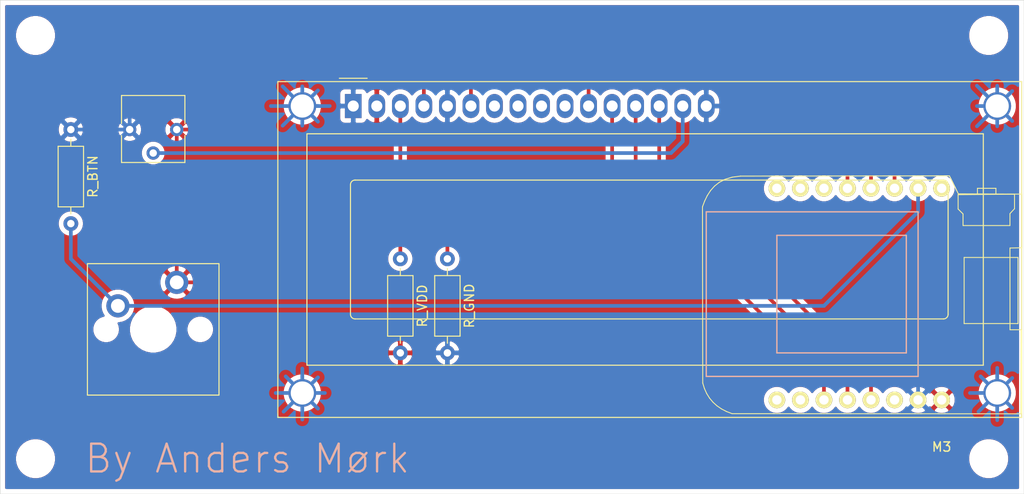
<source format=kicad_pcb>
(kicad_pcb (version 20171130) (host pcbnew "(5.1.10)-1")

  (general
    (thickness 1.6)
    (drawings 9)
    (tracks 105)
    (zones 0)
    (modules 11)
    (nets 23)
  )

  (page A4)
  (layers
    (0 F.Cu signal)
    (31 B.Cu signal)
    (32 B.Adhes user)
    (33 F.Adhes user)
    (34 B.Paste user)
    (35 F.Paste user)
    (36 B.SilkS user)
    (37 F.SilkS user)
    (38 B.Mask user)
    (39 F.Mask user)
    (40 Dwgs.User user)
    (41 Cmts.User user)
    (42 Eco1.User user)
    (43 Eco2.User user)
    (44 Edge.Cuts user)
    (45 Margin user)
    (46 B.CrtYd user)
    (47 F.CrtYd user)
    (48 B.Fab user hide)
    (49 F.Fab user hide)
  )

  (setup
    (last_trace_width 0.4)
    (user_trace_width 0.4)
    (trace_clearance 0.2)
    (zone_clearance 0.508)
    (zone_45_only no)
    (trace_min 0.2)
    (via_size 0.8)
    (via_drill 0.4)
    (via_min_size 0.4)
    (via_min_drill 0.3)
    (uvia_size 0.3)
    (uvia_drill 0.1)
    (uvias_allowed no)
    (uvia_min_size 0.2)
    (uvia_min_drill 0.1)
    (edge_width 0.05)
    (segment_width 0.2)
    (pcb_text_width 0.3)
    (pcb_text_size 1.5 1.5)
    (mod_edge_width 0.12)
    (mod_text_size 1 1)
    (mod_text_width 0.15)
    (pad_size 1.524 1.524)
    (pad_drill 0.762)
    (pad_to_mask_clearance 0)
    (aux_axis_origin 0 0)
    (visible_elements 7FFFFFFF)
    (pcbplotparams
      (layerselection 0x010f0_ffffffff)
      (usegerberextensions false)
      (usegerberattributes true)
      (usegerberadvancedattributes true)
      (creategerberjobfile true)
      (excludeedgelayer true)
      (linewidth 0.100000)
      (plotframeref false)
      (viasonmask false)
      (mode 1)
      (useauxorigin false)
      (hpglpennumber 1)
      (hpglpenspeed 20)
      (hpglpendiameter 15.000000)
      (psnegative false)
      (psa4output false)
      (plotreference true)
      (plotvalue true)
      (plotinvisibletext false)
      (padsonsilk false)
      (subtractmaskfromsilk false)
      (outputformat 1)
      (mirror false)
      (drillshape 0)
      (scaleselection 1)
      (outputdirectory "gerber/"))
  )

  (net 0 "")
  (net 1 "Net-(DIM1-Pad3)")
  (net 2 "Net-(DIM1-Pad2)")
  (net 3 "Net-(DIM1-Pad1)")
  (net 4 "Net-(LCD1-Pad7)")
  (net 5 "Net-(LCD1-Pad8)")
  (net 6 "Net-(LCD1-Pad9)")
  (net 7 "Net-(LCD1-Pad10)")
  (net 8 "Net-(esp8266-Pad9)")
  (net 9 "Net-(esp8266-Pad10)")
  (net 10 "Net-(esp8266-Pad11)")
  (net 11 "Net-(LCD1-Pad11)")
  (net 12 "Net-(LCD1-Pad6)")
  (net 13 "Net-(LCD1-Pad4)")
  (net 14 "Net-(esp8266-Pad16)")
  (net 15 "Net-(esp8266-Pad3)")
  (net 16 "Net-(LCD1-Pad14)")
  (net 17 "Net-(LCD1-Pad13)")
  (net 18 "Net-(LCD1-Pad12)")
  (net 19 "Net-(esp8266-Pad7)")
  (net 20 "Net-(esp8266-Pad8)")
  (net 21 "Net-(R_btn1-Pad2)")
  (net 22 "Net-(GND1-Pad1)")

  (net_class Default "This is the default net class."
    (clearance 0.2)
    (trace_width 0.25)
    (via_dia 0.8)
    (via_drill 0.4)
    (uvia_dia 0.3)
    (uvia_drill 0.1)
    (add_net "Net-(DIM1-Pad1)")
    (add_net "Net-(DIM1-Pad2)")
    (add_net "Net-(DIM1-Pad3)")
    (add_net "Net-(GND1-Pad1)")
    (add_net "Net-(LCD1-Pad10)")
    (add_net "Net-(LCD1-Pad11)")
    (add_net "Net-(LCD1-Pad12)")
    (add_net "Net-(LCD1-Pad13)")
    (add_net "Net-(LCD1-Pad14)")
    (add_net "Net-(LCD1-Pad4)")
    (add_net "Net-(LCD1-Pad6)")
    (add_net "Net-(LCD1-Pad7)")
    (add_net "Net-(LCD1-Pad8)")
    (add_net "Net-(LCD1-Pad9)")
    (add_net "Net-(R_btn1-Pad2)")
    (add_net "Net-(esp8266-Pad10)")
    (add_net "Net-(esp8266-Pad11)")
    (add_net "Net-(esp8266-Pad16)")
    (add_net "Net-(esp8266-Pad3)")
    (add_net "Net-(esp8266-Pad7)")
    (add_net "Net-(esp8266-Pad8)")
    (add_net "Net-(esp8266-Pad9)")
  )

  (module Module:D1_mini_board (layer F.Cu) (tedit 5766F65E) (tstamp 6187FF56)
    (at 171.45 86.36 90)
    (path /61660B12)
    (fp_text reference "esp8266 D1 Wemos mini" (at 1.27 -5.08 180) (layer F.SilkS) hide
      (effects (font (size 1 1) (thickness 0.15)))
    )
    (fp_text value WeMos_mini (at 1.27 -19.05 90) (layer F.Fab)
      (effects (font (size 1 1) (thickness 0.15)))
    )
    (fp_line (start 11.431517 13.476932) (end 10.814156 13.476932) (layer F.SilkS) (width 0.1))
    (fp_line (start 11.431517 11.483738) (end 11.431517 13.476932) (layer F.SilkS) (width 0.1))
    (fp_line (start 10.778878 11.483738) (end 11.431517 11.483738) (layer F.SilkS) (width 0.1))
    (fp_line (start 10.796517 15.487765) (end 10.7436 9.402349) (layer F.SilkS) (width 0.1))
    (fp_line (start 9.226656 15.487765) (end 10.796517 15.487765) (layer F.SilkS) (width 0.1))
    (fp_line (start 8.697489 14.993876) (end 9.226656 15.487765) (layer F.SilkS) (width 0.1))
    (fp_line (start 7.40985 14.993876) (end 8.697489 14.993876) (layer F.SilkS) (width 0.1))
    (fp_line (start 7.40985 9.931515) (end 7.40985 14.993876) (layer F.SilkS) (width 0.1))
    (fp_line (start 8.662211 9.931515) (end 7.40985 9.931515) (layer F.SilkS) (width 0.1))
    (fp_line (start 9.191378 9.402349) (end 8.662211 9.931515) (layer F.SilkS) (width 0.1))
    (fp_line (start 10.7436 9.402349) (end 9.191378 9.402349) (layer F.SilkS) (width 0.1))
    (fp_line (start -3.17965 15.865188) (end -3.17965 10.051451) (layer F.SilkS) (width 0.1))
    (fp_line (start 3.959931 15.865188) (end -3.17965 15.865188) (layer F.SilkS) (width 0.1))
    (fp_line (start 3.959931 10.051451) (end 3.959931 15.865188) (layer F.SilkS) (width 0.1))
    (fp_line (start -3.17965 10.051451) (end 3.959931 10.051451) (layer F.SilkS) (width 0.1))
    (fp_line (start 10.83248 9.424181) (end 10.802686 16.232524) (layer F.SilkS) (width 0.1))
    (fp_line (start 12.776026 8.463285) (end 10.83248 9.424181) (layer F.SilkS) (width 0.1))
    (fp_line (start 12.751078 -14.091807) (end 12.776026 8.463285) (layer F.SilkS) (width 0.1))
    (fp_line (start 12.635482 -14.984575) (end 12.751078 -14.091807) (layer F.SilkS) (width 0.1))
    (fp_line (start 12.407122 -15.739613) (end 12.635482 -14.984575) (layer F.SilkS) (width 0.1))
    (fp_line (start 12.079595 -16.37146) (end 12.407122 -15.739613) (layer F.SilkS) (width 0.1))
    (fp_line (start 11.666503 -16.894658) (end 12.079595 -16.37146) (layer F.SilkS) (width 0.1))
    (fp_line (start 11.181445 -17.323743) (end 11.666503 -16.894658) (layer F.SilkS) (width 0.1))
    (fp_line (start 10.638018 -17.673258) (end 11.181445 -17.323743) (layer F.SilkS) (width 0.1))
    (fp_line (start 10.049824 -17.957741) (end 10.638018 -17.673258) (layer F.SilkS) (width 0.1))
    (fp_line (start 9.43046 -18.191734) (end 10.049824 -17.957741) (layer F.SilkS) (width 0.1))
    (fp_line (start -9.607453 -18.162976) (end 9.43046 -18.191734) (layer F.SilkS) (width 0.1))
    (fp_line (start -10.20525 -17.97731) (end -9.607453 -18.162976) (layer F.SilkS) (width 0.1))
    (fp_line (start -10.74944 -17.730377) (end -10.20525 -17.97731) (layer F.SilkS) (width 0.1))
    (fp_line (start -11.240512 -17.422741) (end -10.74944 -17.730377) (layer F.SilkS) (width 0.1))
    (fp_line (start -11.678953 -17.054952) (end -11.240512 -17.422741) (layer F.SilkS) (width 0.1))
    (fp_line (start -12.065253 -16.627577) (end -11.678953 -17.054952) (layer F.SilkS) (width 0.1))
    (fp_line (start -12.399901 -16.141167) (end -12.065253 -16.627577) (layer F.SilkS) (width 0.1))
    (fp_line (start -12.683384 -15.596286) (end -12.399901 -16.141167) (layer F.SilkS) (width 0.1))
    (fp_line (start -12.916195 -14.993493) (end -12.683384 -15.596286) (layer F.SilkS) (width 0.1))
    (fp_line (start -12.930193 16.176658) (end -12.916195 -14.993493) (layer F.SilkS) (width 0.1))
    (fp_line (start -3.849397 16.202736) (end -12.930193 16.176658) (layer F.SilkS) (width 0.1))
    (fp_line (start -3.851373 15.000483) (end -3.849397 16.202736) (layer F.SilkS) (width 0.1))
    (fp_line (start 4.979849 14.993795) (end -3.851373 15.000483) (layer F.SilkS) (width 0.1))
    (fp_line (start 5.00618 16.277228) (end 4.979849 14.993795) (layer F.SilkS) (width 0.1))
    (fp_line (start 10.817472 16.277228) (end 5.00618 16.277228) (layer F.SilkS) (width 0.1))
    (fp_line (start -8.89 -17.78) (end -8.89 5.08) (layer B.SilkS) (width 0.15))
    (fp_line (start 8.89 -17.78) (end -8.89 -17.78) (layer B.SilkS) (width 0.15))
    (fp_line (start 8.89 5.08) (end 8.89 -17.78) (layer B.SilkS) (width 0.15))
    (fp_line (start -8.89 5.08) (end 8.89 5.08) (layer B.SilkS) (width 0.15))
    (fp_line (start 6.35 3.81) (end -6.35 3.81) (layer B.SilkS) (width 0.15))
    (fp_line (start 6.35 -10.16) (end 6.35 3.81) (layer B.SilkS) (width 0.15))
    (fp_line (start -6.35 -10.16) (end 6.35 -10.16) (layer B.SilkS) (width 0.15))
    (fp_line (start -6.35 3.81) (end -6.35 -10.16) (layer B.SilkS) (width 0.15))
    (pad 9 thru_hole circle (at 11.43 -10.16 90) (size 1.8 1.8) (drill 1.016) (layers *.Cu *.Mask F.SilkS)
      (net 8 "Net-(esp8266-Pad9)"))
    (pad 10 thru_hole circle (at 11.43 -7.62 90) (size 1.8 1.8) (drill 1.016) (layers *.Cu *.Mask F.SilkS)
      (net 9 "Net-(esp8266-Pad10)"))
    (pad 11 thru_hole circle (at 11.43 -5.08 90) (size 1.8 1.8) (drill 1.016) (layers *.Cu *.Mask F.SilkS)
      (net 10 "Net-(esp8266-Pad11)"))
    (pad 12 thru_hole circle (at 11.43 -2.54 90) (size 1.8 1.8) (drill 1.016) (layers *.Cu *.Mask F.SilkS)
      (net 11 "Net-(LCD1-Pad11)"))
    (pad 13 thru_hole circle (at 11.43 0 90) (size 1.8 1.8) (drill 1.016) (layers *.Cu *.Mask F.SilkS)
      (net 12 "Net-(LCD1-Pad6)"))
    (pad 14 thru_hole circle (at 11.43 2.54 90) (size 1.8 1.8) (drill 1.016) (layers *.Cu *.Mask F.SilkS)
      (net 13 "Net-(LCD1-Pad4)"))
    (pad 15 thru_hole circle (at 11.43 5.08 90) (size 1.8 1.8) (drill 1.016) (layers *.Cu *.Mask F.SilkS)
      (net 21 "Net-(R_btn1-Pad2)"))
    (pad 16 thru_hole circle (at 11.43 7.62 90) (size 1.8 1.8) (drill 1.016) (layers *.Cu *.Mask F.SilkS)
      (net 14 "Net-(esp8266-Pad16)"))
    (pad 1 thru_hole circle (at -11.43 7.62 90) (size 1.8 1.8) (drill 1.016) (layers *.Cu *.Mask F.SilkS)
      (net 1 "Net-(DIM1-Pad3)"))
    (pad 2 thru_hole circle (at -11.43 5.08 90) (size 1.8 1.8) (drill 1.016) (layers *.Cu *.Mask F.SilkS)
      (net 3 "Net-(DIM1-Pad1)"))
    (pad 3 thru_hole circle (at -11.43 2.54 90) (size 1.8 1.8) (drill 1.016) (layers *.Cu *.Mask F.SilkS)
      (net 15 "Net-(esp8266-Pad3)"))
    (pad 4 thru_hole circle (at -11.43 0 90) (size 1.8 1.8) (drill 1.016) (layers *.Cu *.Mask F.SilkS)
      (net 16 "Net-(LCD1-Pad14)"))
    (pad 5 thru_hole circle (at -11.43 -2.54 90) (size 1.8 1.8) (drill 1.016) (layers *.Cu *.Mask F.SilkS)
      (net 17 "Net-(LCD1-Pad13)"))
    (pad 6 thru_hole circle (at -11.43 -5.08 90) (size 1.8 1.8) (drill 1.016) (layers *.Cu *.Mask F.SilkS)
      (net 18 "Net-(LCD1-Pad12)"))
    (pad 7 thru_hole circle (at -11.43 -7.62 90) (size 1.8 1.8) (drill 1.016) (layers *.Cu *.Mask F.SilkS)
      (net 19 "Net-(esp8266-Pad7)"))
    (pad 8 thru_hole circle (at -11.43 -10.16 90) (size 1.8 1.8) (drill 1.016) (layers *.Cu *.Mask F.SilkS)
      (net 20 "Net-(esp8266-Pad8)"))
  )

  (module MountingHole:MountingHole_3.2mm_M3 (layer F.Cu) (tedit 56D1B4CB) (tstamp 61881E36)
    (at 184.15 104.14)
    (descr "Mounting Hole 3.2mm, no annular, M3")
    (tags "mounting hole 3.2mm no annular m3")
    (attr virtual)
    (fp_text reference M3 (at -5.08 -1.27) (layer F.SilkS)
      (effects (font (size 1 1) (thickness 0.15)))
    )
    (fp_text value MountingHole_3.2mm_M3 (at 0 4.2) (layer F.Fab)
      (effects (font (size 1 1) (thickness 0.15)))
    )
    (fp_circle (center 0 0) (end 3.2 0) (layer Cmts.User) (width 0.15))
    (fp_circle (center 0 0) (end 3.45 0) (layer F.CrtYd) (width 0.05))
    (fp_text user %R (at 0.3 0) (layer F.Fab)
      (effects (font (size 1 1) (thickness 0.15)))
    )
    (pad 1 np_thru_hole circle (at 0 0) (size 3.2 3.2) (drill 3.2) (layers *.Cu *.Mask))
  )

  (module MountingHole:MountingHole_3.2mm_M3 (layer F.Cu) (tedit 56D1B4CB) (tstamp 61881DCC)
    (at 81.28 104.14)
    (descr "Mounting Hole 3.2mm, no annular, M3")
    (tags "mounting hole 3.2mm no annular m3")
    (attr virtual)
    (fp_text reference REF** (at 0 -4.2) (layer F.SilkS) hide
      (effects (font (size 1 1) (thickness 0.15)))
    )
    (fp_text value MountingHole_3.2mm_M3 (at 0 4.2) (layer F.Fab)
      (effects (font (size 1 1) (thickness 0.15)))
    )
    (fp_circle (center 0 0) (end 3.2 0) (layer Cmts.User) (width 0.15))
    (fp_circle (center 0 0) (end 3.45 0) (layer F.CrtYd) (width 0.05))
    (fp_text user %R (at 0.3 0) (layer F.Fab)
      (effects (font (size 1 1) (thickness 0.15)))
    )
    (pad 1 np_thru_hole circle (at 0 0) (size 3.2 3.2) (drill 3.2) (layers *.Cu *.Mask))
  )

  (module MountingHole:MountingHole_3.2mm_M3 (layer F.Cu) (tedit 56D1B4CB) (tstamp 61881E18)
    (at 81.28 58.42)
    (descr "Mounting Hole 3.2mm, no annular, M3")
    (tags "mounting hole 3.2mm no annular m3")
    (attr virtual)
    (fp_text reference REF** (at 0 -4.2) (layer F.SilkS) hide
      (effects (font (size 1 1) (thickness 0.15)))
    )
    (fp_text value MountingHole_3.2mm_M3 (at 0 4.2) (layer F.Fab)
      (effects (font (size 1 1) (thickness 0.15)))
    )
    (fp_circle (center 0 0) (end 3.2 0) (layer Cmts.User) (width 0.15))
    (fp_circle (center 0 0) (end 3.45 0) (layer F.CrtYd) (width 0.05))
    (fp_text user %R (at 0.3 0) (layer F.Fab)
      (effects (font (size 1 1) (thickness 0.15)))
    )
    (pad 1 np_thru_hole circle (at 0 0) (size 3.2 3.2) (drill 3.2) (layers *.Cu *.Mask))
  )

  (module MountingHole:MountingHole_3.2mm_M3 (layer F.Cu) (tedit 56D1B4CB) (tstamp 61881CC0)
    (at 184.15 58.42)
    (descr "Mounting Hole 3.2mm, no annular, M3")
    (tags "mounting hole 3.2mm no annular m3")
    (attr virtual)
    (fp_text reference REF** (at 0 -4.2) (layer F.SilkS) hide
      (effects (font (size 1 1) (thickness 0.15)))
    )
    (fp_text value MountingHole_3.2mm_M3 (at 0 4.2) (layer F.Fab)
      (effects (font (size 1 1) (thickness 0.15)))
    )
    (fp_text user %R (at 0.3 0) (layer F.Fab)
      (effects (font (size 1 1) (thickness 0.15)))
    )
    (fp_circle (center 0 0) (end 3.2 0) (layer Cmts.User) (width 0.15))
    (fp_circle (center 0 0) (end 3.45 0) (layer F.CrtYd) (width 0.05))
    (pad 1 np_thru_hole circle (at 0 0) (size 3.2 3.2) (drill 3.2) (layers *.Cu *.Mask))
  )

  (module Display:WC1602A (layer F.Cu) (tedit 5A02FE80) (tstamp 6187FFA3)
    (at 115.57 66.04)
    (descr "LCD 16x2 http://www.wincomlcd.com/pdf/WC1602A-SFYLYHTC06.pdf")
    (tags "LCD 16x2 Alphanumeric 16pin")
    (path /61644224)
    (fp_text reference LCD1 (at -5.82 -3.81) (layer F.SilkS) hide
      (effects (font (size 1 1) (thickness 0.15)))
    )
    (fp_text value RC1602A (at -4.31 34.66) (layer F.Fab)
      (effects (font (size 1 1) (thickness 0.15)))
    )
    (fp_line (start -8 33.5) (end -8 -2.5) (layer F.Fab) (width 0.1))
    (fp_line (start 72 33.5) (end -8 33.5) (layer F.Fab) (width 0.1))
    (fp_line (start 72 -2.5) (end 72 33.5) (layer F.Fab) (width 0.1))
    (fp_line (start 1 -2.5) (end 72 -2.5) (layer F.Fab) (width 0.1))
    (fp_line (start -5 28) (end -5 3) (layer F.SilkS) (width 0.12))
    (fp_line (start 68 28) (end -5 28) (layer F.SilkS) (width 0.12))
    (fp_line (start 68 3) (end 68 28) (layer F.SilkS) (width 0.12))
    (fp_line (start -5 3) (end 68 3) (layer F.SilkS) (width 0.12))
    (fp_line (start 64.2 8.5) (end 64.2 22.5) (layer F.SilkS) (width 0.12))
    (fp_line (start 63.70066 23) (end 0.2 23) (layer F.SilkS) (width 0.12))
    (fp_line (start -0.29972 22.49932) (end -0.29972 8.5) (layer F.SilkS) (width 0.12))
    (fp_line (start 0.2 8) (end 63.7 8) (layer F.SilkS) (width 0.12))
    (fp_line (start -1 -2.5) (end -8 -2.5) (layer F.Fab) (width 0.1))
    (fp_line (start 0 -1.5) (end -1 -2.5) (layer F.Fab) (width 0.1))
    (fp_line (start 1 -2.5) (end 0 -1.5) (layer F.Fab) (width 0.1))
    (fp_line (start -8.25 -2.75) (end 72.25 -2.75) (layer F.CrtYd) (width 0.05))
    (fp_line (start -1.5 -3) (end 1.5 -3) (layer F.SilkS) (width 0.12))
    (fp_line (start 72.25 -2.75) (end 72.25 33.75) (layer F.CrtYd) (width 0.05))
    (fp_line (start -8.25 33.75) (end 72.25 33.75) (layer F.CrtYd) (width 0.05))
    (fp_line (start -8.25 -2.75) (end -8.25 33.75) (layer F.CrtYd) (width 0.05))
    (fp_line (start -8.13 -2.64) (end -7.34 -2.64) (layer F.SilkS) (width 0.12))
    (fp_line (start -8.14 -2.64) (end -8.14 33.64) (layer F.SilkS) (width 0.12))
    (fp_line (start 72.14 -2.64) (end -7.34 -2.64) (layer F.SilkS) (width 0.12))
    (fp_line (start 72.14 33.64) (end 72.14 -2.64) (layer F.SilkS) (width 0.12))
    (fp_line (start -8.14 33.64) (end 72.14 33.64) (layer F.SilkS) (width 0.12))
    (fp_arc (start 0.20066 8.49884) (end -0.29972 8.49884) (angle 90) (layer F.SilkS) (width 0.12))
    (fp_arc (start 0.20066 22.49932) (end 0.20066 22.9997) (angle 90) (layer F.SilkS) (width 0.12))
    (fp_arc (start 63.70066 22.49932) (end 64.20104 22.49932) (angle 90) (layer F.SilkS) (width 0.12))
    (fp_arc (start 63.7 8.5) (end 63.7 8) (angle 90) (layer F.SilkS) (width 0.12))
    (fp_text user %R (at 30.37 14.74) (layer F.Fab)
      (effects (font (size 1 1) (thickness 0.1)))
    )
    (pad "" thru_hole circle (at 69.5 0) (size 3 3) (drill 2.5) (layers *.Cu *.Mask))
    (pad "" thru_hole circle (at 69.49948 31.0007) (size 3 3) (drill 2.5) (layers *.Cu *.Mask))
    (pad "" thru_hole circle (at -5.4991 31.0007) (size 3 3) (drill 2.5) (layers *.Cu *.Mask))
    (pad "" thru_hole circle (at -5.4991 0) (size 3 3) (drill 2.5) (layers *.Cu *.Mask))
    (pad 16 thru_hole oval (at 38.1 0) (size 1.8 2.6) (drill 1.2) (layers *.Cu *.Mask)
      (net 3 "Net-(DIM1-Pad1)"))
    (pad 15 thru_hole oval (at 35.56 0) (size 1.8 2.6) (drill 1.2) (layers *.Cu *.Mask)
      (net 2 "Net-(DIM1-Pad2)"))
    (pad 14 thru_hole oval (at 33.02 0) (size 1.8 2.6) (drill 1.2) (layers *.Cu *.Mask)
      (net 16 "Net-(LCD1-Pad14)"))
    (pad 13 thru_hole oval (at 30.48 0) (size 1.8 2.6) (drill 1.2) (layers *.Cu *.Mask)
      (net 17 "Net-(LCD1-Pad13)"))
    (pad 12 thru_hole oval (at 27.94 0) (size 1.8 2.6) (drill 1.2) (layers *.Cu *.Mask)
      (net 18 "Net-(LCD1-Pad12)"))
    (pad 11 thru_hole oval (at 25.4 0) (size 1.8 2.6) (drill 1.2) (layers *.Cu *.Mask)
      (net 11 "Net-(LCD1-Pad11)"))
    (pad 10 thru_hole oval (at 22.86 0) (size 1.8 2.6) (drill 1.2) (layers *.Cu *.Mask)
      (net 7 "Net-(LCD1-Pad10)"))
    (pad 9 thru_hole oval (at 20.32 0) (size 1.8 2.6) (drill 1.2) (layers *.Cu *.Mask)
      (net 6 "Net-(LCD1-Pad9)"))
    (pad 8 thru_hole oval (at 17.78 0) (size 1.8 2.6) (drill 1.2) (layers *.Cu *.Mask)
      (net 5 "Net-(LCD1-Pad8)"))
    (pad 7 thru_hole oval (at 15.24 0) (size 1.8 2.6) (drill 1.2) (layers *.Cu *.Mask)
      (net 4 "Net-(LCD1-Pad7)"))
    (pad 6 thru_hole oval (at 12.7 0) (size 1.8 2.6) (drill 1.2) (layers *.Cu *.Mask)
      (net 12 "Net-(LCD1-Pad6)"))
    (pad 5 thru_hole oval (at 10.16 0) (size 1.8 2.6) (drill 1.2) (layers *.Cu *.Mask)
      (net 3 "Net-(DIM1-Pad1)"))
    (pad 4 thru_hole oval (at 7.62 0) (size 1.8 2.6) (drill 1.2) (layers *.Cu *.Mask)
      (net 13 "Net-(LCD1-Pad4)"))
    (pad 3 thru_hole oval (at 5.08 0) (size 1.8 2.6) (drill 1.2) (layers *.Cu *.Mask)
      (net 22 "Net-(GND1-Pad1)"))
    (pad 2 thru_hole oval (at 2.54 0) (size 1.8 2.6) (drill 1.2) (layers *.Cu *.Mask)
      (net 1 "Net-(DIM1-Pad3)"))
    (pad 1 thru_hole rect (at 0 0) (size 1.8 2.6) (drill 1.2) (layers *.Cu *.Mask)
      (net 3 "Net-(DIM1-Pad1)"))
    (model ${KISYS3DMOD}/Display.3dshapes/WC1602A.wrl
      (at (xyz 0 0 0))
      (scale (xyz 1 1 1))
      (rotate (xyz 0 0 0))
    )
  )

  (module Resistor_THT:R_Axial_DIN0207_L6.3mm_D2.5mm_P10.16mm_Horizontal (layer F.Cu) (tedit 5AE5139B) (tstamp 6187FFD1)
    (at 120.65 82.55 270)
    (descr "Resistor, Axial_DIN0207 series, Axial, Horizontal, pin pitch=10.16mm, 0.25W = 1/4W, length*diameter=6.3*2.5mm^2, http://cdn-reichelt.de/documents/datenblatt/B400/1_4W%23YAG.pdf")
    (tags "Resistor Axial_DIN0207 series Axial Horizontal pin pitch 10.16mm 0.25W = 1/4W length 6.3mm diameter 2.5mm")
    (path /61645FE6)
    (fp_text reference R_VDD (at 5.08 -2.37 90) (layer F.SilkS)
      (effects (font (size 1 1) (thickness 0.15)))
    )
    (fp_text value ? (at 5.08 2.37 90) (layer F.Fab)
      (effects (font (size 1 1) (thickness 0.15)))
    )
    (fp_line (start 11.21 -1.5) (end -1.05 -1.5) (layer F.CrtYd) (width 0.05))
    (fp_line (start 11.21 1.5) (end 11.21 -1.5) (layer F.CrtYd) (width 0.05))
    (fp_line (start -1.05 1.5) (end 11.21 1.5) (layer F.CrtYd) (width 0.05))
    (fp_line (start -1.05 -1.5) (end -1.05 1.5) (layer F.CrtYd) (width 0.05))
    (fp_line (start 9.12 0) (end 8.35 0) (layer F.SilkS) (width 0.12))
    (fp_line (start 1.04 0) (end 1.81 0) (layer F.SilkS) (width 0.12))
    (fp_line (start 8.35 -1.37) (end 1.81 -1.37) (layer F.SilkS) (width 0.12))
    (fp_line (start 8.35 1.37) (end 8.35 -1.37) (layer F.SilkS) (width 0.12))
    (fp_line (start 1.81 1.37) (end 8.35 1.37) (layer F.SilkS) (width 0.12))
    (fp_line (start 1.81 -1.37) (end 1.81 1.37) (layer F.SilkS) (width 0.12))
    (fp_line (start 10.16 0) (end 8.23 0) (layer F.Fab) (width 0.1))
    (fp_line (start 0 0) (end 1.93 0) (layer F.Fab) (width 0.1))
    (fp_line (start 8.23 -1.25) (end 1.93 -1.25) (layer F.Fab) (width 0.1))
    (fp_line (start 8.23 1.25) (end 8.23 -1.25) (layer F.Fab) (width 0.1))
    (fp_line (start 1.93 1.25) (end 8.23 1.25) (layer F.Fab) (width 0.1))
    (fp_line (start 1.93 -1.25) (end 1.93 1.25) (layer F.Fab) (width 0.1))
    (fp_text user %R (at 5.08 0 90) (layer F.Fab)
      (effects (font (size 1 1) (thickness 0.15)))
    )
    (pad 2 thru_hole oval (at 10.16 0 270) (size 1.6 1.6) (drill 0.8) (layers *.Cu *.Mask)
      (net 1 "Net-(DIM1-Pad3)"))
    (pad 1 thru_hole circle (at 0 0 270) (size 1.6 1.6) (drill 0.8) (layers *.Cu *.Mask)
      (net 22 "Net-(GND1-Pad1)"))
    (model ${KISYS3DMOD}/Resistor_THT.3dshapes/R_Axial_DIN0207_L6.3mm_D2.5mm_P10.16mm_Horizontal.wrl
      (at (xyz 0 0 0))
      (scale (xyz 1 1 1))
      (rotate (xyz 0 0 0))
    )
  )

  (module Resistor_THT:R_Axial_DIN0207_L6.3mm_D2.5mm_P10.16mm_Horizontal (layer F.Cu) (tedit 5AE5139B) (tstamp 6188124F)
    (at 85.09 68.58 270)
    (descr "Resistor, Axial_DIN0207 series, Axial, Horizontal, pin pitch=10.16mm, 0.25W = 1/4W, length*diameter=6.3*2.5mm^2, http://cdn-reichelt.de/documents/datenblatt/B400/1_4W%23YAG.pdf")
    (tags "Resistor Axial_DIN0207 series Axial Horizontal pin pitch 10.16mm 0.25W = 1/4W length 6.3mm diameter 2.5mm")
    (path /61646194)
    (fp_text reference R_BTN (at 5.08 -2.37 90) (layer F.SilkS)
      (effects (font (size 1 1) (thickness 0.15)))
    )
    (fp_text value ? (at 5.08 2.37 90) (layer F.Fab)
      (effects (font (size 1 1) (thickness 0.15)))
    )
    (fp_line (start 11.21 -1.5) (end -1.05 -1.5) (layer F.CrtYd) (width 0.05))
    (fp_line (start 11.21 1.5) (end 11.21 -1.5) (layer F.CrtYd) (width 0.05))
    (fp_line (start -1.05 1.5) (end 11.21 1.5) (layer F.CrtYd) (width 0.05))
    (fp_line (start -1.05 -1.5) (end -1.05 1.5) (layer F.CrtYd) (width 0.05))
    (fp_line (start 9.12 0) (end 8.35 0) (layer F.SilkS) (width 0.12))
    (fp_line (start 1.04 0) (end 1.81 0) (layer F.SilkS) (width 0.12))
    (fp_line (start 8.35 -1.37) (end 1.81 -1.37) (layer F.SilkS) (width 0.12))
    (fp_line (start 8.35 1.37) (end 8.35 -1.37) (layer F.SilkS) (width 0.12))
    (fp_line (start 1.81 1.37) (end 8.35 1.37) (layer F.SilkS) (width 0.12))
    (fp_line (start 1.81 -1.37) (end 1.81 1.37) (layer F.SilkS) (width 0.12))
    (fp_line (start 10.16 0) (end 8.23 0) (layer F.Fab) (width 0.1))
    (fp_line (start 0 0) (end 1.93 0) (layer F.Fab) (width 0.1))
    (fp_line (start 8.23 -1.25) (end 1.93 -1.25) (layer F.Fab) (width 0.1))
    (fp_line (start 8.23 1.25) (end 8.23 -1.25) (layer F.Fab) (width 0.1))
    (fp_line (start 1.93 1.25) (end 8.23 1.25) (layer F.Fab) (width 0.1))
    (fp_line (start 1.93 -1.25) (end 1.93 1.25) (layer F.Fab) (width 0.1))
    (fp_text user %R (at 5.08 0 90) (layer F.Fab)
      (effects (font (size 1 1) (thickness 0.15)))
    )
    (pad 2 thru_hole oval (at 10.16 0 270) (size 1.6 1.6) (drill 0.8) (layers *.Cu *.Mask)
      (net 21 "Net-(R_btn1-Pad2)"))
    (pad 1 thru_hole circle (at 0 0 270) (size 1.6 1.6) (drill 0.8) (layers *.Cu *.Mask)
      (net 3 "Net-(DIM1-Pad1)"))
    (model ${KISYS3DMOD}/Resistor_THT.3dshapes/R_Axial_DIN0207_L6.3mm_D2.5mm_P10.16mm_Horizontal.wrl
      (at (xyz 0 0 0))
      (scale (xyz 1 1 1))
      (rotate (xyz 0 0 0))
    )
  )

  (module Resistor_THT:R_Axial_DIN0207_L6.3mm_D2.5mm_P10.16mm_Horizontal (layer F.Cu) (tedit 5AE5139B) (tstamp 6188109E)
    (at 125.73 82.55 270)
    (descr "Resistor, Axial_DIN0207 series, Axial, Horizontal, pin pitch=10.16mm, 0.25W = 1/4W, length*diameter=6.3*2.5mm^2, http://cdn-reichelt.de/documents/datenblatt/B400/1_4W%23YAG.pdf")
    (tags "Resistor Axial_DIN0207 series Axial Horizontal pin pitch 10.16mm 0.25W = 1/4W length 6.3mm diameter 2.5mm")
    (path /6164578F)
    (fp_text reference R_GND (at 5.08 -2.37 90) (layer F.SilkS)
      (effects (font (size 1 1) (thickness 0.15)))
    )
    (fp_text value ? (at 5.08 2.37 90) (layer F.Fab)
      (effects (font (size 1 1) (thickness 0.15)))
    )
    (fp_line (start 11.21 -1.5) (end -1.05 -1.5) (layer F.CrtYd) (width 0.05))
    (fp_line (start 11.21 1.5) (end 11.21 -1.5) (layer F.CrtYd) (width 0.05))
    (fp_line (start -1.05 1.5) (end 11.21 1.5) (layer F.CrtYd) (width 0.05))
    (fp_line (start -1.05 -1.5) (end -1.05 1.5) (layer F.CrtYd) (width 0.05))
    (fp_line (start 9.12 0) (end 8.35 0) (layer F.SilkS) (width 0.12))
    (fp_line (start 1.04 0) (end 1.81 0) (layer F.SilkS) (width 0.12))
    (fp_line (start 8.35 -1.37) (end 1.81 -1.37) (layer F.SilkS) (width 0.12))
    (fp_line (start 8.35 1.37) (end 8.35 -1.37) (layer F.SilkS) (width 0.12))
    (fp_line (start 1.81 1.37) (end 8.35 1.37) (layer F.SilkS) (width 0.12))
    (fp_line (start 1.81 -1.37) (end 1.81 1.37) (layer F.SilkS) (width 0.12))
    (fp_line (start 10.16 0) (end 8.23 0) (layer F.Fab) (width 0.1))
    (fp_line (start 0 0) (end 1.93 0) (layer F.Fab) (width 0.1))
    (fp_line (start 8.23 -1.25) (end 1.93 -1.25) (layer F.Fab) (width 0.1))
    (fp_line (start 8.23 1.25) (end 8.23 -1.25) (layer F.Fab) (width 0.1))
    (fp_line (start 1.93 1.25) (end 8.23 1.25) (layer F.Fab) (width 0.1))
    (fp_line (start 1.93 -1.25) (end 1.93 1.25) (layer F.Fab) (width 0.1))
    (fp_text user %R (at 5.08 0 90) (layer F.Fab)
      (effects (font (size 1 1) (thickness 0.15)))
    )
    (pad 2 thru_hole oval (at 10.16 0 270) (size 1.6 1.6) (drill 0.8) (layers *.Cu *.Mask)
      (net 3 "Net-(DIM1-Pad1)"))
    (pad 1 thru_hole circle (at 0 0 270) (size 1.6 1.6) (drill 0.8) (layers *.Cu *.Mask)
      (net 22 "Net-(GND1-Pad1)"))
    (model ${KISYS3DMOD}/Resistor_THT.3dshapes/R_Axial_DIN0207_L6.3mm_D2.5mm_P10.16mm_Horizontal.wrl
      (at (xyz 0 0 0))
      (scale (xyz 1 1 1))
      (rotate (xyz 0 0 0))
    )
  )

  (module Potentiometer_THT:Potentiometer_Vishay_T73YP_Vertical (layer F.Cu) (tedit 5A3D4993) (tstamp 6188280C)
    (at 91.44 68.58 270)
    (descr "Potentiometer, vertical, Vishay T73YP, http://www.vishay.com/docs/51016/t73.pdf")
    (tags "Potentiometer vertical Vishay T73YP")
    (path /616516AF)
    (fp_text reference DIM1 (at -0.06 -7.09 90) (layer F.SilkS) hide
      (effects (font (size 1 1) (thickness 0.15)))
    )
    (fp_text value R_POT_TRIM (at -0.06 2.01 90) (layer F.Fab)
      (effects (font (size 1 1) (thickness 0.15)))
    )
    (fp_line (start 3.7 -6.1) (end -3.85 -6.1) (layer F.CrtYd) (width 0.05))
    (fp_line (start 3.7 1.05) (end 3.7 -6.1) (layer F.CrtYd) (width 0.05))
    (fp_line (start -3.85 1.05) (end 3.7 1.05) (layer F.CrtYd) (width 0.05))
    (fp_line (start -3.85 -6.1) (end -3.85 1.05) (layer F.CrtYd) (width 0.05))
    (fp_line (start 3.56 -5.96) (end 3.56 0.88) (layer F.SilkS) (width 0.12))
    (fp_line (start -3.68 -5.96) (end -3.68 0.88) (layer F.SilkS) (width 0.12))
    (fp_line (start 0.65 0.88) (end 3.56 0.88) (layer F.SilkS) (width 0.12))
    (fp_line (start -3.68 0.88) (end -0.65 0.88) (layer F.SilkS) (width 0.12))
    (fp_line (start 0.65 -5.96) (end 3.56 -5.96) (layer F.SilkS) (width 0.12))
    (fp_line (start -3.68 -5.96) (end -0.65 -5.96) (layer F.SilkS) (width 0.12))
    (fp_line (start -0.961 -2.464) (end -0.961 -2.616) (layer F.Fab) (width 0.1))
    (fp_line (start 0.164 -2.464) (end -0.961 -2.464) (layer F.Fab) (width 0.1))
    (fp_line (start 0.164 -1.339) (end 0.164 -2.464) (layer F.Fab) (width 0.1))
    (fp_line (start 0.316 -1.339) (end 0.164 -1.339) (layer F.Fab) (width 0.1))
    (fp_line (start 0.316 -2.464) (end 0.316 -1.339) (layer F.Fab) (width 0.1))
    (fp_line (start 1.441 -2.464) (end 0.316 -2.464) (layer F.Fab) (width 0.1))
    (fp_line (start 1.441 -2.616) (end 1.441 -2.464) (layer F.Fab) (width 0.1))
    (fp_line (start 0.316 -2.616) (end 1.441 -2.616) (layer F.Fab) (width 0.1))
    (fp_line (start 0.316 -3.741) (end 0.316 -2.616) (layer F.Fab) (width 0.1))
    (fp_line (start 0.164 -3.741) (end 0.316 -3.741) (layer F.Fab) (width 0.1))
    (fp_line (start 0.164 -2.616) (end 0.164 -3.741) (layer F.Fab) (width 0.1))
    (fp_line (start -0.961 -2.616) (end 0.164 -2.616) (layer F.Fab) (width 0.1))
    (fp_line (start 3.44 -5.84) (end -3.56 -5.84) (layer F.Fab) (width 0.1))
    (fp_line (start 3.44 0.76) (end 3.44 -5.84) (layer F.Fab) (width 0.1))
    (fp_line (start -3.56 0.76) (end 3.44 0.76) (layer F.Fab) (width 0.1))
    (fp_line (start -3.56 -5.84) (end -3.56 0.76) (layer F.Fab) (width 0.1))
    (fp_circle (center 0.24 -2.54) (end 1.74 -2.54) (layer F.Fab) (width 0.1))
    (fp_text user %R (at -2.56 -2.54) (layer F.Fab)
      (effects (font (size 1 1) (thickness 0.15)))
    )
    (pad 1 thru_hole circle (at 0 0 270) (size 1.44 1.44) (drill 0.8) (layers *.Cu *.Mask)
      (net 3 "Net-(DIM1-Pad1)"))
    (pad 2 thru_hole circle (at 2.54 -2.54 270) (size 1.44 1.44) (drill 0.8) (layers *.Cu *.Mask)
      (net 2 "Net-(DIM1-Pad2)"))
    (pad 3 thru_hole circle (at 0 -5.08 270) (size 1.44 1.44) (drill 0.8) (layers *.Cu *.Mask)
      (net 1 "Net-(DIM1-Pad3)"))
    (model ${KISYS3DMOD}/Potentiometer_THT.3dshapes/Potentiometer_Vishay_T73YP_Vertical.wrl
      (at (xyz 0 0 0))
      (scale (xyz 1 1 1))
      (rotate (xyz 0 0 0))
    )
  )

  (module Switch_Keyboard_Cherry_MX:SW_Cherry_MX_PCB_1.00u (layer F.Cu) (tedit 602D5B6F) (tstamp 6187FEED)
    (at 93.98 90.17)
    (descr "Cherry MX keyswitch, https://www.cherrymx.de/en/dev.html")
    (tags "Cherry MX Keyboard Keyswitch Switch PCB 1.00u")
    (path /616B840E)
    (fp_text reference btn1 (at 0 -8) (layer F.SilkS) hide
      (effects (font (size 1 1) (thickness 0.15)))
    )
    (fp_text value SW_Push_Open (at 0 8) (layer F.Fab)
      (effects (font (size 1 1) (thickness 0.15)))
    )
    (fp_line (start 9.525 -9.525) (end -9.525 -9.525) (layer Dwgs.User) (width 0.1))
    (fp_line (start 9.525 9.525) (end 9.525 -9.525) (layer Dwgs.User) (width 0.1))
    (fp_line (start -9.525 9.525) (end 9.525 9.525) (layer Dwgs.User) (width 0.1))
    (fp_line (start -9.525 -9.525) (end -9.525 9.525) (layer Dwgs.User) (width 0.1))
    (fp_line (start 7.25 -7.25) (end -7.25 -7.25) (layer F.CrtYd) (width 0.05))
    (fp_line (start 7.25 7.25) (end 7.25 -7.25) (layer F.CrtYd) (width 0.05))
    (fp_line (start -7.25 7.25) (end 7.25 7.25) (layer F.CrtYd) (width 0.05))
    (fp_line (start -7.25 -7.25) (end -7.25 7.25) (layer F.CrtYd) (width 0.05))
    (fp_line (start 7.1 -7.1) (end -7.1 -7.1) (layer F.SilkS) (width 0.12))
    (fp_line (start 7.1 7.1) (end 7.1 -7.1) (layer F.SilkS) (width 0.12))
    (fp_line (start -7.1 7.1) (end 7.1 7.1) (layer F.SilkS) (width 0.12))
    (fp_line (start -7.1 -7.1) (end -7.1 7.1) (layer F.SilkS) (width 0.12))
    (fp_line (start 7 -7) (end -7 -7) (layer F.Fab) (width 0.1))
    (fp_line (start 7 7) (end 7 -7) (layer F.Fab) (width 0.1))
    (fp_line (start -7 7) (end 7 7) (layer F.Fab) (width 0.1))
    (fp_line (start -7 -7) (end -7 7) (layer F.Fab) (width 0.1))
    (fp_text user %R (at 0 0) (layer F.Fab)
      (effects (font (size 1 1) (thickness 0.15)))
    )
    (pad "" np_thru_hole circle (at 5.08 0) (size 1.75 1.75) (drill 1.75) (layers *.Cu *.Mask))
    (pad "" np_thru_hole circle (at -5.08 0) (size 1.75 1.75) (drill 1.75) (layers *.Cu *.Mask))
    (pad "" np_thru_hole circle (at 0 0) (size 4 4) (drill 4) (layers *.Cu *.Mask))
    (pad 2 thru_hole circle (at 2.54 -5.08) (size 2.5 2.5) (drill 1.5) (layers *.Cu B.Mask)
      (net 1 "Net-(DIM1-Pad3)"))
    (pad 1 thru_hole circle (at -3.81 -2.54) (size 2.5 2.5) (drill 1.5) (layers *.Cu B.Mask)
      (net 21 "Net-(R_btn1-Pad2)"))
    (model ${KEYSWITCH_LIB_3D}/Switch_Keyboard_Cherry_MX.3dshapes/SW_Cherry_MX_PCB.wrl
      (at (xyz 0 0 0))
      (scale (xyz 1 1 1))
      (rotate (xyz 0 0 0))
    )
  )

  (gr_text "By Anders Mørk" (at 104.14 104.14) (layer B.SilkS)
    (effects (font (size 3 3) (thickness 0.25)))
  )
  (gr_line (start 187.96 54.61) (end 187.96 57.15) (layer Edge.Cuts) (width 0.05) (tstamp 61881E00))
  (gr_line (start 77.47 54.61) (end 187.96 54.61) (layer Edge.Cuts) (width 0.05))
  (gr_line (start 77.47 57.15) (end 77.47 54.61) (layer Edge.Cuts) (width 0.05))
  (gr_line (start 77.47 107.95) (end 77.47 105.41) (layer Edge.Cuts) (width 0.05) (tstamp 61881DFE))
  (gr_line (start 187.96 107.95) (end 77.47 107.95) (layer Edge.Cuts) (width 0.05))
  (gr_line (start 187.96 105.41) (end 187.96 107.95) (layer Edge.Cuts) (width 0.05))
  (gr_line (start 187.96 105.41) (end 187.96 57.15) (layer Edge.Cuts) (width 0.05) (tstamp 6188177B))
  (gr_line (start 77.47 57.15) (end 77.47 105.41) (layer Edge.Cuts) (width 0.05))

  (segment (start 110.0709 97.0407) (end 112.5093 97.0407) (width 0.4) (layer B.Cu) (net 0))
  (segment (start 110.0709 97.0407) (end 110.0709 94.3991) (width 0.4) (layer B.Cu) (net 0))
  (segment (start 110.0709 97.0407) (end 107.2007 97.0407) (width 0.4) (layer B.Cu) (net 0))
  (segment (start 110.0709 97.0407) (end 110.0709 99.9109) (width 0.4) (layer B.Cu) (net 0))
  (segment (start 110.0709 97.0407) (end 111.76 98.7298) (width 0.4) (layer B.Cu) (net 0))
  (segment (start 110.0709 97.0407) (end 111.76 95.3516) (width 0.4) (layer B.Cu) (net 0))
  (segment (start 110.0709 97.0407) (end 108.2802 95.25) (width 0.4) (layer B.Cu) (net 0))
  (segment (start 110.0709 97.0407) (end 108.0516 99.06) (width 0.4) (layer B.Cu) (net 0))
  (segment (start 185.06948 97.0407) (end 185.06948 94.33052) (width 0.4) (layer B.Cu) (net 0))
  (segment (start 185.06948 97.0407) (end 185.06948 99.97948) (width 0.4) (layer B.Cu) (net 0))
  (segment (start 185.06948 97.0407) (end 182.1307 97.0407) (width 0.4) (layer B.Cu) (net 0))
  (segment (start 185.06948 97.0407) (end 186.69 95.42018) (width 0.4) (layer B.Cu) (net 0))
  (segment (start 185.06948 97.0407) (end 183.27878 95.25) (width 0.4) (layer B.Cu) (net 0))
  (segment (start 185.06948 97.0407) (end 183.05018 99.06) (width 0.4) (layer B.Cu) (net 0))
  (segment (start 185.06948 97.0407) (end 186.69 98.66122) (width 0.4) (layer B.Cu) (net 0))
  (segment (start 185.07 66.04) (end 182.88 66.04) (width 0.4) (layer B.Cu) (net 0))
  (segment (start 185.07 66.04) (end 185.07 63.85) (width 0.4) (layer B.Cu) (net 0))
  (segment (start 185.07 66.04) (end 185.07 68.23) (width 0.4) (layer B.Cu) (net 0))
  (segment (start 185.07 66.04) (end 185.42 66.04) (width 0.4) (layer B.Cu) (net 0))
  (segment (start 185.07 66.04) (end 186.69 67.66) (width 0.4) (layer B.Cu) (net 0))
  (segment (start 185.07 66.04) (end 182.88 68.23) (width 0.4) (layer B.Cu) (net 0))
  (segment (start 185.07 66.04) (end 182.88 63.85) (width 0.4) (layer B.Cu) (net 0))
  (segment (start 185.07 66.04) (end 186.69 64.42) (width 0.4) (layer B.Cu) (net 0))
  (segment (start 111.76 66.04) (end 110.0709 66.04) (width 0.4) (layer B.Cu) (net 0))
  (segment (start 110.0709 66.04) (end 113.03 66.04) (width 0.4) (layer B.Cu) (net 0))
  (segment (start 110.0709 66.04) (end 110.0709 63.9191) (width 0.4) (layer B.Cu) (net 0))
  (segment (start 110.0709 66.04) (end 106.68 66.04) (width 0.4) (layer B.Cu) (net 0))
  (segment (start 110.0709 66.04) (end 110.0709 68.1609) (width 0.4) (layer B.Cu) (net 0))
  (segment (start 110.0709 66.04) (end 111.76 67.7291) (width 0.4) (layer B.Cu) (net 0))
  (segment (start 110.0709 66.04) (end 111.76 64.3509) (width 0.4) (layer B.Cu) (net 0))
  (segment (start 110.0709 66.04) (end 107.95 63.9191) (width 0.4) (layer B.Cu) (net 0))
  (segment (start 110.0709 66.04) (end 107.95 68.1609) (width 0.4) (layer B.Cu) (net 0))
  (segment (start 179.07 97.79) (end 175.26 101.6) (width 0.4) (layer F.Cu) (net 1))
  (segment (start 175.26 101.6) (end 125.73 101.6) (width 0.4) (layer F.Cu) (net 1))
  (segment (start 120.65 96.52) (end 120.65 92.71) (width 0.4) (layer F.Cu) (net 1))
  (segment (start 125.73 101.6) (end 120.65 96.52) (width 0.4) (layer F.Cu) (net 1))
  (segment (start 120.65 92.71) (end 113.03 92.71) (width 0.4) (layer F.Cu) (net 1))
  (segment (start 105.41 85.09) (end 96.52 85.09) (width 0.4) (layer F.Cu) (net 1))
  (segment (start 113.03 92.71) (end 105.41 85.09) (width 0.4) (layer F.Cu) (net 1))
  (segment (start 96.52 85.09) (end 96.52 68.58) (width 0.4) (layer F.Cu) (net 1))
  (segment (start 118.11 68.58) (end 118.11 66.04) (width 0.4) (layer F.Cu) (net 1))
  (segment (start 116.84 69.85) (end 118.11 68.58) (width 0.4) (layer F.Cu) (net 1))
  (segment (start 107.95 69.85) (end 116.84 69.85) (width 0.4) (layer F.Cu) (net 1))
  (segment (start 106.68 68.58) (end 107.95 69.85) (width 0.4) (layer F.Cu) (net 1))
  (segment (start 96.52 68.58) (end 106.68 68.58) (width 0.4) (layer F.Cu) (net 1))
  (segment (start 93.98 71.12) (end 149.86 71.12) (width 0.4) (layer B.Cu) (net 2))
  (segment (start 151.13 69.85) (end 151.13 66.04) (width 0.4) (layer B.Cu) (net 2))
  (segment (start 149.86 71.12) (end 151.13 69.85) (width 0.4) (layer B.Cu) (net 2))
  (segment (start 176.53 97.79) (end 172.72 101.6) (width 0.4) (layer B.Cu) (net 3))
  (segment (start 172.72 101.6) (end 134.62 101.6) (width 0.4) (layer B.Cu) (net 3))
  (segment (start 134.62 101.6) (end 130.81 101.6) (width 0.4) (layer B.Cu) (net 3))
  (segment (start 125.73 96.52) (end 130.81 101.6) (width 0.4) (layer B.Cu) (net 3))
  (segment (start 125.73 92.71) (end 125.73 96.52) (width 0.4) (layer B.Cu) (net 3))
  (segment (start 176.53 97.79) (end 176.53 91.44) (width 0.4) (layer B.Cu) (net 3))
  (segment (start 176.53 91.44) (end 182.88 85.09) (width 0.4) (layer B.Cu) (net 3))
  (segment (start 182.88 85.09) (end 182.88 74.93) (width 0.4) (layer B.Cu) (net 3))
  (segment (start 173.99 66.04) (end 153.67 66.04) (width 0.4) (layer B.Cu) (net 3))
  (segment (start 182.88 74.93) (end 173.99 66.04) (width 0.4) (layer B.Cu) (net 3))
  (segment (start 115.57 66.04) (end 115.57 63.5) (width 0.4) (layer B.Cu) (net 3))
  (segment (start 115.57 63.5) (end 114.3 62.23) (width 0.4) (layer B.Cu) (net 3))
  (segment (start 114.3 62.23) (end 95.25 62.23) (width 0.4) (layer B.Cu) (net 3))
  (segment (start 95.25 62.23) (end 91.44 66.04) (width 0.4) (layer B.Cu) (net 3))
  (segment (start 91.44 68.58) (end 91.44 66.04) (width 0.4) (layer B.Cu) (net 3))
  (segment (start 91.44 68.58) (end 85.09 68.58) (width 0.4) (layer B.Cu) (net 3))
  (segment (start 125.73 66.04) (end 125.73 63.5) (width 0.4) (layer B.Cu) (net 3))
  (segment (start 125.73 63.5) (end 124.46 62.23) (width 0.4) (layer B.Cu) (net 3))
  (segment (start 124.46 62.23) (end 114.3 62.23) (width 0.4) (layer B.Cu) (net 3))
  (segment (start 153.67 63.5) (end 153.67 66.04) (width 0.4) (layer B.Cu) (net 3))
  (segment (start 152.4 62.23) (end 153.67 63.5) (width 0.4) (layer B.Cu) (net 3))
  (segment (start 124.46 62.23) (end 152.4 62.23) (width 0.4) (layer B.Cu) (net 3))
  (segment (start 168.91 74.93) (end 168.91 66.04) (width 0.4) (layer F.Cu) (net 11))
  (segment (start 168.91 66.04) (end 165.1 62.23) (width 0.4) (layer F.Cu) (net 11))
  (segment (start 165.1 62.23) (end 142.24 62.23) (width 0.4) (layer F.Cu) (net 11))
  (segment (start 140.97 63.5) (end 140.97 66.04) (width 0.4) (layer F.Cu) (net 11))
  (segment (start 142.24 62.23) (end 140.97 63.5) (width 0.4) (layer F.Cu) (net 11))
  (segment (start 171.45 74.93) (end 171.45 66.04) (width 0.4) (layer F.Cu) (net 12))
  (segment (start 128.27 63.5) (end 128.27 66.04) (width 0.4) (layer F.Cu) (net 12))
  (segment (start 166.37 60.96) (end 130.81 60.96) (width 0.4) (layer F.Cu) (net 12))
  (segment (start 130.81 60.96) (end 128.27 63.5) (width 0.4) (layer F.Cu) (net 12))
  (segment (start 171.45 66.04) (end 166.37 60.96) (width 0.4) (layer F.Cu) (net 12))
  (segment (start 173.99 74.93) (end 173.99 66.04) (width 0.4) (layer F.Cu) (net 13))
  (segment (start 123.19 63.5) (end 127 59.69) (width 0.4) (layer F.Cu) (net 13))
  (segment (start 123.19 63.5) (end 123.19 66.04) (width 0.4) (layer F.Cu) (net 13))
  (segment (start 127 59.69) (end 167.64 59.69) (width 0.4) (layer F.Cu) (net 13))
  (segment (start 173.99 66.04) (end 167.64 59.69) (width 0.4) (layer F.Cu) (net 13))
  (segment (start 148.59 66.04) (end 148.59 71.12) (width 0.4) (layer F.Cu) (net 16))
  (segment (start 171.45 95.25) (end 148.59 72.39) (width 0.4) (layer F.Cu) (net 16))
  (segment (start 171.45 95.25) (end 171.45 97.79) (width 0.4) (layer F.Cu) (net 16))
  (segment (start 148.59 72.39) (end 148.59 71.12) (width 0.4) (layer F.Cu) (net 16))
  (segment (start 146.05 72.39) (end 146.05 71.12) (width 0.4) (layer F.Cu) (net 17))
  (segment (start 168.91 95.25) (end 146.05 72.39) (width 0.4) (layer F.Cu) (net 17))
  (segment (start 146.05 71.12) (end 146.05 66.04) (width 0.4) (layer F.Cu) (net 17))
  (segment (start 168.91 97.79) (end 168.91 95.25) (width 0.4) (layer F.Cu) (net 17))
  (segment (start 143.51 72.39) (end 143.51 66.04) (width 0.4) (layer F.Cu) (net 18))
  (segment (start 166.37 95.25) (end 143.51 72.39) (width 0.4) (layer F.Cu) (net 18))
  (segment (start 166.37 97.79) (end 166.37 95.25) (width 0.4) (layer F.Cu) (net 18))
  (segment (start 85.09 82.55) (end 90.17 87.63) (width 0.4) (layer B.Cu) (net 21))
  (segment (start 85.09 78.74) (end 85.09 82.55) (width 0.4) (layer B.Cu) (net 21))
  (segment (start 176.53 77.47) (end 176.53 74.93) (width 0.4) (layer B.Cu) (net 21))
  (segment (start 166.37 87.63) (end 176.53 77.47) (width 0.4) (layer B.Cu) (net 21))
  (segment (start 90.17 87.63) (end 166.37 87.63) (width 0.4) (layer B.Cu) (net 21))
  (segment (start 125.73 82.55) (end 125.73 78.74) (width 0.4) (layer F.Cu) (net 22))
  (segment (start 120.65 73.66) (end 120.65 66.04) (width 0.4) (layer F.Cu) (net 22))
  (segment (start 125.73 78.74) (end 120.65 73.66) (width 0.4) (layer F.Cu) (net 22))
  (segment (start 120.65 82.55) (end 120.65 73.66) (width 0.4) (layer F.Cu) (net 22))

  (zone (net 1) (net_name "Net-(DIM1-Pad3)") (layer F.Cu) (tstamp 0) (hatch edge 0.508)
    (connect_pads (clearance 0.508))
    (min_thickness 0.254)
    (fill yes (arc_segments 32) (thermal_gap 0.508) (thermal_bridge_width 0.508))
    (polygon
      (pts
        (xy 187.96 107.95) (xy 77.47 107.95) (xy 77.47 54.61) (xy 187.96 54.61)
      )
    )
    (filled_polygon
      (pts
        (xy 187.300001 57.117581) (xy 187.3 105.377581) (xy 187.3 105.377582) (xy 187.300001 107.29) (xy 78.13 107.29)
        (xy 78.13 103.919872) (xy 79.045 103.919872) (xy 79.045 104.360128) (xy 79.13089 104.791925) (xy 79.299369 105.198669)
        (xy 79.543962 105.564729) (xy 79.855271 105.876038) (xy 80.221331 106.120631) (xy 80.628075 106.28911) (xy 81.059872 106.375)
        (xy 81.500128 106.375) (xy 81.931925 106.28911) (xy 82.338669 106.120631) (xy 82.704729 105.876038) (xy 83.016038 105.564729)
        (xy 83.260631 105.198669) (xy 83.42911 104.791925) (xy 83.515 104.360128) (xy 83.515 103.919872) (xy 181.915 103.919872)
        (xy 181.915 104.360128) (xy 182.00089 104.791925) (xy 182.169369 105.198669) (xy 182.413962 105.564729) (xy 182.725271 105.876038)
        (xy 183.091331 106.120631) (xy 183.498075 106.28911) (xy 183.929872 106.375) (xy 184.370128 106.375) (xy 184.801925 106.28911)
        (xy 185.208669 106.120631) (xy 185.574729 105.876038) (xy 185.886038 105.564729) (xy 186.130631 105.198669) (xy 186.29911 104.791925)
        (xy 186.385 104.360128) (xy 186.385 103.919872) (xy 186.29911 103.488075) (xy 186.130631 103.081331) (xy 185.886038 102.715271)
        (xy 185.574729 102.403962) (xy 185.208669 102.159369) (xy 184.801925 101.99089) (xy 184.370128 101.905) (xy 183.929872 101.905)
        (xy 183.498075 101.99089) (xy 183.091331 102.159369) (xy 182.725271 102.403962) (xy 182.413962 102.715271) (xy 182.169369 103.081331)
        (xy 182.00089 103.488075) (xy 181.915 103.919872) (xy 83.515 103.919872) (xy 83.42911 103.488075) (xy 83.260631 103.081331)
        (xy 83.016038 102.715271) (xy 82.704729 102.403962) (xy 82.338669 102.159369) (xy 81.931925 101.99089) (xy 81.500128 101.905)
        (xy 81.059872 101.905) (xy 80.628075 101.99089) (xy 80.221331 102.159369) (xy 79.855271 102.403962) (xy 79.543962 102.715271)
        (xy 79.299369 103.081331) (xy 79.13089 103.488075) (xy 79.045 103.919872) (xy 78.13 103.919872) (xy 78.13 96.830421)
        (xy 107.9359 96.830421) (xy 107.9359 97.250979) (xy 108.017947 97.663456) (xy 108.178888 98.052002) (xy 108.412537 98.401683)
        (xy 108.709917 98.699063) (xy 109.059598 98.932712) (xy 109.448144 99.093653) (xy 109.860621 99.1757) (xy 110.281179 99.1757)
        (xy 110.693656 99.093653) (xy 111.082202 98.932712) (xy 111.431883 98.699063) (xy 111.729263 98.401683) (xy 111.962912 98.052002)
        (xy 112.123853 97.663456) (xy 112.2059 97.250979) (xy 112.2059 96.830421) (xy 112.123853 96.417944) (xy 111.962912 96.029398)
        (xy 111.729263 95.679717) (xy 111.431883 95.382337) (xy 111.082202 95.148688) (xy 110.693656 94.987747) (xy 110.281179 94.9057)
        (xy 109.860621 94.9057) (xy 109.448144 94.987747) (xy 109.059598 95.148688) (xy 108.709917 95.382337) (xy 108.412537 95.679717)
        (xy 108.178888 96.029398) (xy 108.017947 96.417944) (xy 107.9359 96.830421) (xy 78.13 96.830421) (xy 78.13 93.05904)
        (xy 119.258091 93.05904) (xy 119.35293 93.323881) (xy 119.497615 93.565131) (xy 119.686586 93.773519) (xy 119.91258 93.941037)
        (xy 120.166913 94.061246) (xy 120.300961 94.101904) (xy 120.523 93.979915) (xy 120.523 92.837) (xy 120.777 92.837)
        (xy 120.777 93.979915) (xy 120.999039 94.101904) (xy 121.133087 94.061246) (xy 121.38742 93.941037) (xy 121.613414 93.773519)
        (xy 121.802385 93.565131) (xy 121.94707 93.323881) (xy 122.041909 93.05904) (xy 121.920624 92.837) (xy 120.777 92.837)
        (xy 120.523 92.837) (xy 119.379376 92.837) (xy 119.258091 93.05904) (xy 78.13 93.05904) (xy 78.13 90.021278)
        (xy 87.39 90.021278) (xy 87.39 90.318722) (xy 87.448029 90.610451) (xy 87.561856 90.885253) (xy 87.727107 91.132569)
        (xy 87.937431 91.342893) (xy 88.184747 91.508144) (xy 88.459549 91.621971) (xy 88.751278 91.68) (xy 89.048722 91.68)
        (xy 89.340451 91.621971) (xy 89.615253 91.508144) (xy 89.862569 91.342893) (xy 90.072893 91.132569) (xy 90.238144 90.885253)
        (xy 90.351971 90.610451) (xy 90.41 90.318722) (xy 90.41 90.021278) (xy 90.38796 89.910475) (xy 91.345 89.910475)
        (xy 91.345 90.429525) (xy 91.446261 90.938601) (xy 91.644893 91.418141) (xy 91.933262 91.849715) (xy 92.300285 92.216738)
        (xy 92.731859 92.505107) (xy 93.211399 92.703739) (xy 93.720475 92.805) (xy 94.239525 92.805) (xy 94.748601 92.703739)
        (xy 95.228141 92.505107) (xy 95.443871 92.36096) (xy 119.258091 92.36096) (xy 119.379376 92.583) (xy 120.523 92.583)
        (xy 120.523 91.440085) (xy 120.777 91.440085) (xy 120.777 92.583) (xy 121.920624 92.583) (xy 121.928454 92.568665)
        (xy 124.295 92.568665) (xy 124.295 92.851335) (xy 124.350147 93.128574) (xy 124.45832 93.389727) (xy 124.615363 93.624759)
        (xy 124.815241 93.824637) (xy 125.050273 93.98168) (xy 125.311426 94.089853) (xy 125.588665 94.145) (xy 125.871335 94.145)
        (xy 126.148574 94.089853) (xy 126.409727 93.98168) (xy 126.644759 93.824637) (xy 126.844637 93.624759) (xy 127.00168 93.389727)
        (xy 127.109853 93.128574) (xy 127.165 92.851335) (xy 127.165 92.568665) (xy 127.109853 92.291426) (xy 127.00168 92.030273)
        (xy 126.844637 91.795241) (xy 126.644759 91.595363) (xy 126.409727 91.43832) (xy 126.148574 91.330147) (xy 125.871335 91.275)
        (xy 125.588665 91.275) (xy 125.311426 91.330147) (xy 125.050273 91.43832) (xy 124.815241 91.595363) (xy 124.615363 91.795241)
        (xy 124.45832 92.030273) (xy 124.350147 92.291426) (xy 124.295 92.568665) (xy 121.928454 92.568665) (xy 122.041909 92.36096)
        (xy 121.94707 92.096119) (xy 121.802385 91.854869) (xy 121.613414 91.646481) (xy 121.38742 91.478963) (xy 121.133087 91.358754)
        (xy 120.999039 91.318096) (xy 120.777 91.440085) (xy 120.523 91.440085) (xy 120.300961 91.318096) (xy 120.166913 91.358754)
        (xy 119.91258 91.478963) (xy 119.686586 91.646481) (xy 119.497615 91.854869) (xy 119.35293 92.096119) (xy 119.258091 92.36096)
        (xy 95.443871 92.36096) (xy 95.659715 92.216738) (xy 96.026738 91.849715) (xy 96.315107 91.418141) (xy 96.513739 90.938601)
        (xy 96.615 90.429525) (xy 96.615 90.021278) (xy 97.55 90.021278) (xy 97.55 90.318722) (xy 97.608029 90.610451)
        (xy 97.721856 90.885253) (xy 97.887107 91.132569) (xy 98.097431 91.342893) (xy 98.344747 91.508144) (xy 98.619549 91.621971)
        (xy 98.911278 91.68) (xy 99.208722 91.68) (xy 99.500451 91.621971) (xy 99.775253 91.508144) (xy 100.022569 91.342893)
        (xy 100.232893 91.132569) (xy 100.398144 90.885253) (xy 100.511971 90.610451) (xy 100.57 90.318722) (xy 100.57 90.021278)
        (xy 100.511971 89.729549) (xy 100.398144 89.454747) (xy 100.232893 89.207431) (xy 100.022569 88.997107) (xy 99.775253 88.831856)
        (xy 99.500451 88.718029) (xy 99.208722 88.66) (xy 98.911278 88.66) (xy 98.619549 88.718029) (xy 98.344747 88.831856)
        (xy 98.097431 88.997107) (xy 97.887107 89.207431) (xy 97.721856 89.454747) (xy 97.608029 89.729549) (xy 97.55 90.021278)
        (xy 96.615 90.021278) (xy 96.615 89.910475) (xy 96.513739 89.401399) (xy 96.315107 88.921859) (xy 96.026738 88.490285)
        (xy 95.659715 88.123262) (xy 95.228141 87.834893) (xy 94.748601 87.636261) (xy 94.239525 87.535) (xy 93.720475 87.535)
        (xy 93.211399 87.636261) (xy 92.731859 87.834893) (xy 92.300285 88.123262) (xy 91.933262 88.490285) (xy 91.644893 88.921859)
        (xy 91.446261 89.401399) (xy 91.345 89.910475) (xy 90.38796 89.910475) (xy 90.351971 89.729549) (xy 90.263102 89.515)
        (xy 90.355656 89.515) (xy 90.719834 89.442561) (xy 91.062882 89.300466) (xy 91.371618 89.094175) (xy 91.634175 88.831618)
        (xy 91.840466 88.522882) (xy 91.982561 88.179834) (xy 92.055 87.815656) (xy 92.055 87.444344) (xy 91.982561 87.080166)
        (xy 91.840466 86.737118) (xy 91.634175 86.428382) (xy 91.609398 86.403605) (xy 95.386 86.403605) (xy 95.511914 86.693577)
        (xy 95.844126 86.859433) (xy 96.202312 86.95729) (xy 96.572706 86.983389) (xy 96.941075 86.936725) (xy 97.293262 86.819094)
        (xy 97.528086 86.693577) (xy 97.654 86.403605) (xy 96.52 85.269605) (xy 95.386 86.403605) (xy 91.609398 86.403605)
        (xy 91.371618 86.165825) (xy 91.062882 85.959534) (xy 90.719834 85.817439) (xy 90.355656 85.745) (xy 89.984344 85.745)
        (xy 89.620166 85.817439) (xy 89.277118 85.959534) (xy 88.968382 86.165825) (xy 88.705825 86.428382) (xy 88.499534 86.737118)
        (xy 88.357439 87.080166) (xy 88.285 87.444344) (xy 88.285 87.815656) (xy 88.357439 88.179834) (xy 88.499534 88.522882)
        (xy 88.609939 88.688114) (xy 88.459549 88.718029) (xy 88.184747 88.831856) (xy 87.937431 88.997107) (xy 87.727107 89.207431)
        (xy 87.561856 89.454747) (xy 87.448029 89.729549) (xy 87.39 90.021278) (xy 78.13 90.021278) (xy 78.13 85.142706)
        (xy 94.626611 85.142706) (xy 94.673275 85.511075) (xy 94.790906 85.863262) (xy 94.916423 86.098086) (xy 95.206395 86.224)
        (xy 96.340395 85.09) (xy 96.699605 85.09) (xy 97.833605 86.224) (xy 98.123577 86.098086) (xy 98.289433 85.765874)
        (xy 98.38729 85.407688) (xy 98.413389 85.037294) (xy 98.366725 84.668925) (xy 98.249094 84.316738) (xy 98.123577 84.081914)
        (xy 97.833605 83.956) (xy 96.699605 85.09) (xy 96.340395 85.09) (xy 95.206395 83.956) (xy 94.916423 84.081914)
        (xy 94.750567 84.414126) (xy 94.65271 84.772312) (xy 94.626611 85.142706) (xy 78.13 85.142706) (xy 78.13 83.776395)
        (xy 95.386 83.776395) (xy 96.52 84.910395) (xy 97.654 83.776395) (xy 97.528086 83.486423) (xy 97.195874 83.320567)
        (xy 96.837688 83.22271) (xy 96.467294 83.196611) (xy 96.098925 83.243275) (xy 95.746738 83.360906) (xy 95.511914 83.486423)
        (xy 95.386 83.776395) (xy 78.13 83.776395) (xy 78.13 78.598665) (xy 83.655 78.598665) (xy 83.655 78.881335)
        (xy 83.710147 79.158574) (xy 83.81832 79.419727) (xy 83.975363 79.654759) (xy 84.175241 79.854637) (xy 84.410273 80.01168)
        (xy 84.671426 80.119853) (xy 84.948665 80.175) (xy 85.231335 80.175) (xy 85.508574 80.119853) (xy 85.769727 80.01168)
        (xy 86.004759 79.854637) (xy 86.204637 79.654759) (xy 86.36168 79.419727) (xy 86.469853 79.158574) (xy 86.525 78.881335)
        (xy 86.525 78.598665) (xy 86.469853 78.321426) (xy 86.36168 78.060273) (xy 86.204637 77.825241) (xy 86.004759 77.625363)
        (xy 85.769727 77.46832) (xy 85.508574 77.360147) (xy 85.231335 77.305) (xy 84.948665 77.305) (xy 84.671426 77.360147)
        (xy 84.410273 77.46832) (xy 84.175241 77.625363) (xy 83.975363 77.825241) (xy 83.81832 78.060273) (xy 83.710147 78.321426)
        (xy 83.655 78.598665) (xy 78.13 78.598665) (xy 78.13 70.986544) (xy 92.625 70.986544) (xy 92.625 71.253456)
        (xy 92.677072 71.515239) (xy 92.779215 71.761833) (xy 92.927503 71.983762) (xy 93.116238 72.172497) (xy 93.338167 72.320785)
        (xy 93.584761 72.422928) (xy 93.846544 72.475) (xy 94.113456 72.475) (xy 94.375239 72.422928) (xy 94.621833 72.320785)
        (xy 94.843762 72.172497) (xy 95.032497 71.983762) (xy 95.180785 71.761833) (xy 95.282928 71.515239) (xy 95.335 71.253456)
        (xy 95.335 70.986544) (xy 95.282928 70.724761) (xy 95.180785 70.478167) (xy 95.032497 70.256238) (xy 94.843762 70.067503)
        (xy 94.621833 69.919215) (xy 94.375239 69.817072) (xy 94.113456 69.765) (xy 93.846544 69.765) (xy 93.584761 69.817072)
        (xy 93.338167 69.919215) (xy 93.116238 70.067503) (xy 92.927503 70.256238) (xy 92.779215 70.478167) (xy 92.677072 70.724761)
        (xy 92.625 70.986544) (xy 78.13 70.986544) (xy 78.13 68.438665) (xy 83.655 68.438665) (xy 83.655 68.721335)
        (xy 83.710147 68.998574) (xy 83.81832 69.259727) (xy 83.975363 69.494759) (xy 84.175241 69.694637) (xy 84.410273 69.85168)
        (xy 84.671426 69.959853) (xy 84.948665 70.015) (xy 85.231335 70.015) (xy 85.508574 69.959853) (xy 85.769727 69.85168)
        (xy 86.004759 69.694637) (xy 86.204637 69.494759) (xy 86.36168 69.259727) (xy 86.469853 68.998574) (xy 86.525 68.721335)
        (xy 86.525 68.446544) (xy 90.085 68.446544) (xy 90.085 68.713456) (xy 90.137072 68.975239) (xy 90.239215 69.221833)
        (xy 90.387503 69.443762) (xy 90.576238 69.632497) (xy 90.798167 69.780785) (xy 91.044761 69.882928) (xy 91.306544 69.935)
        (xy 91.573456 69.935) (xy 91.835239 69.882928) (xy 92.081833 69.780785) (xy 92.303762 69.632497) (xy 92.420699 69.51556)
        (xy 95.764045 69.51556) (xy 95.825932 69.751368) (xy 96.06779 69.864266) (xy 96.327027 69.927811) (xy 96.59368 69.939561)
        (xy 96.857501 69.899063) (xy 97.108353 69.807875) (xy 97.214068 69.751368) (xy 97.275955 69.51556) (xy 96.52 68.759605)
        (xy 95.764045 69.51556) (xy 92.420699 69.51556) (xy 92.492497 69.443762) (xy 92.640785 69.221833) (xy 92.742928 68.975239)
        (xy 92.795 68.713456) (xy 92.795 68.65368) (xy 95.160439 68.65368) (xy 95.200937 68.917501) (xy 95.292125 69.168353)
        (xy 95.348632 69.274068) (xy 95.58444 69.335955) (xy 96.340395 68.58) (xy 96.699605 68.58) (xy 97.45556 69.335955)
        (xy 97.691368 69.274068) (xy 97.804266 69.03221) (xy 97.867811 68.772973) (xy 97.879561 68.50632) (xy 97.839063 68.242499)
        (xy 97.747875 67.991647) (xy 97.691368 67.885932) (xy 97.45556 67.824045) (xy 96.699605 68.58) (xy 96.340395 68.58)
        (xy 95.58444 67.824045) (xy 95.348632 67.885932) (xy 95.235734 68.12779) (xy 95.172189 68.387027) (xy 95.160439 68.65368)
        (xy 92.795 68.65368) (xy 92.795 68.446544) (xy 92.742928 68.184761) (xy 92.640785 67.938167) (xy 92.492497 67.716238)
        (xy 92.420699 67.64444) (xy 95.764045 67.64444) (xy 96.52 68.400395) (xy 97.275955 67.64444) (xy 97.214068 67.408632)
        (xy 96.97221 67.295734) (xy 96.712973 67.232189) (xy 96.44632 67.220439) (xy 96.182499 67.260937) (xy 95.931647 67.352125)
        (xy 95.825932 67.408632) (xy 95.764045 67.64444) (xy 92.420699 67.64444) (xy 92.303762 67.527503) (xy 92.081833 67.379215)
        (xy 91.835239 67.277072) (xy 91.573456 67.225) (xy 91.306544 67.225) (xy 91.044761 67.277072) (xy 90.798167 67.379215)
        (xy 90.576238 67.527503) (xy 90.387503 67.716238) (xy 90.239215 67.938167) (xy 90.137072 68.184761) (xy 90.085 68.446544)
        (xy 86.525 68.446544) (xy 86.525 68.438665) (xy 86.469853 68.161426) (xy 86.36168 67.900273) (xy 86.204637 67.665241)
        (xy 86.004759 67.465363) (xy 85.769727 67.30832) (xy 85.508574 67.200147) (xy 85.231335 67.145) (xy 84.948665 67.145)
        (xy 84.671426 67.200147) (xy 84.410273 67.30832) (xy 84.175241 67.465363) (xy 83.975363 67.665241) (xy 83.81832 67.900273)
        (xy 83.710147 68.161426) (xy 83.655 68.438665) (xy 78.13 68.438665) (xy 78.13 65.829721) (xy 107.9359 65.829721)
        (xy 107.9359 66.250279) (xy 108.017947 66.662756) (xy 108.178888 67.051302) (xy 108.412537 67.400983) (xy 108.709917 67.698363)
        (xy 109.059598 67.932012) (xy 109.448144 68.092953) (xy 109.860621 68.175) (xy 110.281179 68.175) (xy 110.693656 68.092953)
        (xy 111.082202 67.932012) (xy 111.431883 67.698363) (xy 111.729263 67.400983) (xy 111.962912 67.051302) (xy 112.123853 66.662756)
        (xy 112.2059 66.250279) (xy 112.2059 65.829721) (xy 112.123853 65.417244) (xy 111.962912 65.028698) (xy 111.770011 64.74)
        (xy 114.031928 64.74) (xy 114.031928 67.34) (xy 114.044188 67.464482) (xy 114.080498 67.58418) (xy 114.139463 67.694494)
        (xy 114.218815 67.791185) (xy 114.315506 67.870537) (xy 114.42582 67.929502) (xy 114.545518 67.965812) (xy 114.67 67.978072)
        (xy 116.47 67.978072) (xy 116.594482 67.965812) (xy 116.71418 67.929502) (xy 116.824494 67.870537) (xy 116.921185 67.791185)
        (xy 117.000537 67.694494) (xy 117.059502 67.58418) (xy 117.065418 67.564679) (xy 117.114394 67.61521) (xy 117.362796 67.786862)
        (xy 117.639913 67.906755) (xy 117.74526 67.931036) (xy 117.983 67.810378) (xy 117.983 66.167) (xy 117.963 66.167)
        (xy 117.963 65.913) (xy 117.983 65.913) (xy 117.983 64.269622) (xy 118.237 64.269622) (xy 118.237 65.913)
        (xy 118.257 65.913) (xy 118.257 66.167) (xy 118.237 66.167) (xy 118.237 67.810378) (xy 118.47474 67.931036)
        (xy 118.580087 67.906755) (xy 118.857204 67.786862) (xy 119.105606 67.61521) (xy 119.315748 67.398396) (xy 119.375219 67.306309)
        (xy 119.559339 67.530661) (xy 119.793074 67.722481) (xy 119.815001 67.734201) (xy 119.815 73.618981) (xy 119.81096 73.66)
        (xy 119.815 73.701018) (xy 119.815001 73.701028) (xy 119.815 81.38207) (xy 119.735241 81.435363) (xy 119.535363 81.635241)
        (xy 119.37832 81.870273) (xy 119.270147 82.131426) (xy 119.215 82.408665) (xy 119.215 82.691335) (xy 119.270147 82.968574)
        (xy 119.37832 83.229727) (xy 119.535363 83.464759) (xy 119.735241 83.664637) (xy 119.970273 83.82168) (xy 120.231426 83.929853)
        (xy 120.508665 83.985) (xy 120.791335 83.985) (xy 121.068574 83.929853) (xy 121.329727 83.82168) (xy 121.564759 83.664637)
        (xy 121.764637 83.464759) (xy 121.92168 83.229727) (xy 122.029853 82.968574) (xy 122.085 82.691335) (xy 122.085 82.408665)
        (xy 122.029853 82.131426) (xy 121.92168 81.870273) (xy 121.764637 81.635241) (xy 121.564759 81.435363) (xy 121.485 81.38207)
        (xy 121.485 75.675868) (xy 124.895001 79.08587) (xy 124.895 81.38207) (xy 124.815241 81.435363) (xy 124.615363 81.635241)
        (xy 124.45832 81.870273) (xy 124.350147 82.131426) (xy 124.295 82.408665) (xy 124.295 82.691335) (xy 124.350147 82.968574)
        (xy 124.45832 83.229727) (xy 124.615363 83.464759) (xy 124.815241 83.664637) (xy 125.050273 83.82168) (xy 125.311426 83.929853)
        (xy 125.588665 83.985) (xy 125.871335 83.985) (xy 126.148574 83.929853) (xy 126.409727 83.82168) (xy 126.644759 83.664637)
        (xy 126.844637 83.464759) (xy 127.00168 83.229727) (xy 127.109853 82.968574) (xy 127.165 82.691335) (xy 127.165 82.408665)
        (xy 127.109853 82.131426) (xy 127.00168 81.870273) (xy 126.844637 81.635241) (xy 126.644759 81.435363) (xy 126.565 81.38207)
        (xy 126.565 78.781018) (xy 126.56904 78.74) (xy 126.552918 78.576311) (xy 126.505172 78.418913) (xy 126.427636 78.273854)
        (xy 126.349439 78.17857) (xy 126.349437 78.178568) (xy 126.323291 78.146709) (xy 126.291432 78.120563) (xy 121.485 73.314133)
        (xy 121.485 67.734201) (xy 121.506927 67.722481) (xy 121.740661 67.530661) (xy 121.92 67.312135) (xy 122.099339 67.530661)
        (xy 122.333074 67.722481) (xy 122.59974 67.865017) (xy 122.889088 67.95279) (xy 123.19 67.982427) (xy 123.490913 67.95279)
        (xy 123.780261 67.865017) (xy 124.046927 67.722481) (xy 124.280661 67.530661) (xy 124.46 67.312135) (xy 124.639339 67.530661)
        (xy 124.873074 67.722481) (xy 125.13974 67.865017) (xy 125.429088 67.95279) (xy 125.73 67.982427) (xy 126.030913 67.95279)
        (xy 126.320261 67.865017) (xy 126.586927 67.722481) (xy 126.820661 67.530661) (xy 127 67.312135) (xy 127.179339 67.530661)
        (xy 127.413074 67.722481) (xy 127.67974 67.865017) (xy 127.969088 67.95279) (xy 128.27 67.982427) (xy 128.570913 67.95279)
        (xy 128.860261 67.865017) (xy 129.126927 67.722481) (xy 129.360661 67.530661) (xy 129.54 67.312135) (xy 129.719339 67.530661)
        (xy 129.953074 67.722481) (xy 130.21974 67.865017) (xy 130.509088 67.95279) (xy 130.81 67.982427) (xy 131.110913 67.95279)
        (xy 131.400261 67.865017) (xy 131.666927 67.722481) (xy 131.900661 67.530661) (xy 132.08 67.312135) (xy 132.259339 67.530661)
        (xy 132.493074 67.722481) (xy 132.75974 67.865017) (xy 133.049088 67.95279) (xy 133.35 67.982427) (xy 133.650913 67.95279)
        (xy 133.940261 67.865017) (xy 134.206927 67.722481) (xy 134.440661 67.530661) (xy 134.62 67.312135) (xy 134.799339 67.530661)
        (xy 135.033074 67.722481) (xy 135.29974 67.865017) (xy 135.589088 67.95279) (xy 135.89 67.982427) (xy 136.190913 67.95279)
        (xy 136.480261 67.865017) (xy 136.746927 67.722481) (xy 136.980661 67.530661) (xy 137.16 67.312135) (xy 137.339339 67.530661)
        (xy 137.573074 67.722481) (xy 137.83974 67.865017) (xy 138.129088 67.95279) (xy 138.43 67.982427) (xy 138.730913 67.95279)
        (xy 139.020261 67.865017) (xy 139.286927 67.722481) (xy 139.520661 67.530661) (xy 139.7 67.312135) (xy 139.879339 67.530661)
        (xy 140.113074 67.722481) (xy 140.37974 67.865017) (xy 140.669088 67.95279) (xy 140.97 67.982427) (xy 141.270913 67.95279)
        (xy 141.560261 67.865017) (xy 141.826927 67.722481) (xy 142.060661 67.530661) (xy 142.24 67.312135) (xy 142.419339 67.530661)
        (xy 142.653074 67.722481) (xy 142.675001 67.734201) (xy 142.675 72.348981) (xy 142.67096 72.39) (xy 142.675 72.431018)
        (xy 142.687082 72.553688) (xy 142.734828 72.711086) (xy 142.812364 72.856145) (xy 142.916709 72.983291) (xy 142.948579 73.009446)
        (xy 165.535001 95.595869) (xy 165.535001 96.501801) (xy 165.391495 96.597688) (xy 165.177688 96.811495) (xy 165.1 96.927763)
        (xy 165.022312 96.811495) (xy 164.808505 96.597688) (xy 164.557095 96.429701) (xy 164.277743 96.313989) (xy 163.981184 96.255)
        (xy 163.678816 96.255) (xy 163.382257 96.313989) (xy 163.102905 96.429701) (xy 162.851495 96.597688) (xy 162.637688 96.811495)
        (xy 162.56 96.927763) (xy 162.482312 96.811495) (xy 162.268505 96.597688) (xy 162.017095 96.429701) (xy 161.737743 96.313989)
        (xy 161.441184 96.255) (xy 161.138816 96.255) (xy 160.842257 96.313989) (xy 160.562905 96.429701) (xy 160.311495 96.597688)
        (xy 160.097688 96.811495) (xy 159.929701 97.062905) (xy 159.813989 97.342257) (xy 159.755 97.638816) (xy 159.755 97.941184)
        (xy 159.813989 98.237743) (xy 159.929701 98.517095) (xy 160.097688 98.768505) (xy 160.311495 98.982312) (xy 160.562905 99.150299)
        (xy 160.842257 99.266011) (xy 161.138816 99.325) (xy 161.441184 99.325) (xy 161.737743 99.266011) (xy 162.017095 99.150299)
        (xy 162.268505 98.982312) (xy 162.482312 98.768505) (xy 162.56 98.652237) (xy 162.637688 98.768505) (xy 162.851495 98.982312)
        (xy 163.102905 99.150299) (xy 163.382257 99.266011) (xy 163.678816 99.325) (xy 163.981184 99.325) (xy 164.277743 99.266011)
        (xy 164.557095 99.150299) (xy 164.808505 98.982312) (xy 165.022312 98.768505) (xy 165.1 98.652237) (xy 165.177688 98.768505)
        (xy 165.391495 98.982312) (xy 165.642905 99.150299) (xy 165.922257 99.266011) (xy 166.218816 99.325) (xy 166.521184 99.325)
        (xy 166.817743 99.266011) (xy 167.097095 99.150299) (xy 167.348505 98.982312) (xy 167.562312 98.768505) (xy 167.64 98.652237)
        (xy 167.717688 98.768505) (xy 167.931495 98.982312) (xy 168.182905 99.150299) (xy 168.462257 99.266011) (xy 168.758816 99.325)
        (xy 169.061184 99.325) (xy 169.357743 99.266011) (xy 169.637095 99.150299) (xy 169.888505 98.982312) (xy 170.102312 98.768505)
        (xy 170.18 98.652237) (xy 170.257688 98.768505) (xy 170.471495 98.982312) (xy 170.722905 99.150299) (xy 171.002257 99.266011)
        (xy 171.298816 99.325) (xy 171.601184 99.325) (xy 171.897743 99.266011) (xy 172.177095 99.150299) (xy 172.428505 98.982312)
        (xy 172.642312 98.768505) (xy 172.72 98.652237) (xy 172.797688 98.768505) (xy 173.011495 98.982312) (xy 173.262905 99.150299)
        (xy 173.542257 99.266011) (xy 173.838816 99.325) (xy 174.141184 99.325) (xy 174.437743 99.266011) (xy 174.717095 99.150299)
        (xy 174.968505 98.982312) (xy 175.182312 98.768505) (xy 175.26 98.652237) (xy 175.337688 98.768505) (xy 175.551495 98.982312)
        (xy 175.802905 99.150299) (xy 176.082257 99.266011) (xy 176.378816 99.325) (xy 176.681184 99.325) (xy 176.977743 99.266011)
        (xy 177.257095 99.150299) (xy 177.508505 98.982312) (xy 177.636737 98.85408) (xy 178.185525 98.85408) (xy 178.269208 99.108261)
        (xy 178.541775 99.239158) (xy 178.834642 99.314365) (xy 179.136553 99.330991) (xy 179.435907 99.288397) (xy 179.721199 99.188222)
        (xy 179.870792 99.108261) (xy 179.954475 98.85408) (xy 179.07 97.969605) (xy 178.185525 98.85408) (xy 177.636737 98.85408)
        (xy 177.722312 98.768505) (xy 177.824951 98.614895) (xy 178.00592 98.674475) (xy 178.890395 97.79) (xy 179.249605 97.79)
        (xy 180.13408 98.674475) (xy 180.388261 98.590792) (xy 180.519158 98.318225) (xy 180.594365 98.025358) (xy 180.610991 97.723447)
        (xy 180.568397 97.424093) (xy 180.468222 97.138801) (xy 180.388261 96.989208) (xy 180.13408 96.905525) (xy 179.249605 97.79)
        (xy 178.890395 97.79) (xy 178.00592 96.905525) (xy 177.824951 96.965105) (xy 177.722312 96.811495) (xy 177.636737 96.72592)
        (xy 178.185525 96.72592) (xy 179.07 97.610395) (xy 179.849974 96.830421) (xy 182.93448 96.830421) (xy 182.93448 97.250979)
        (xy 183.016527 97.663456) (xy 183.177468 98.052002) (xy 183.411117 98.401683) (xy 183.708497 98.699063) (xy 184.058178 98.932712)
        (xy 184.446724 99.093653) (xy 184.859201 99.1757) (xy 185.279759 99.1757) (xy 185.692236 99.093653) (xy 186.080782 98.932712)
        (xy 186.430463 98.699063) (xy 186.727843 98.401683) (xy 186.961492 98.052002) (xy 187.122433 97.663456) (xy 187.20448 97.250979)
        (xy 187.20448 96.830421) (xy 187.122433 96.417944) (xy 186.961492 96.029398) (xy 186.727843 95.679717) (xy 186.430463 95.382337)
        (xy 186.080782 95.148688) (xy 185.692236 94.987747) (xy 185.279759 94.9057) (xy 184.859201 94.9057) (xy 184.446724 94.987747)
        (xy 184.058178 95.148688) (xy 183.708497 95.382337) (xy 183.411117 95.679717) (xy 183.177468 96.029398) (xy 183.016527 96.417944)
        (xy 182.93448 96.830421) (xy 179.849974 96.830421) (xy 179.954475 96.72592) (xy 179.870792 96.471739) (xy 179.598225 96.340842)
        (xy 179.305358 96.265635) (xy 179.003447 96.249009) (xy 178.704093 96.291603) (xy 178.418801 96.391778) (xy 178.269208 96.471739)
        (xy 178.185525 96.72592) (xy 177.636737 96.72592) (xy 177.508505 96.597688) (xy 177.257095 96.429701) (xy 176.977743 96.313989)
        (xy 176.681184 96.255) (xy 176.378816 96.255) (xy 176.082257 96.313989) (xy 175.802905 96.429701) (xy 175.551495 96.597688)
        (xy 175.337688 96.811495) (xy 175.26 96.927763) (xy 175.182312 96.811495) (xy 174.968505 96.597688) (xy 174.717095 96.429701)
        (xy 174.437743 96.313989) (xy 174.141184 96.255) (xy 173.838816 96.255) (xy 173.542257 96.313989) (xy 173.262905 96.429701)
        (xy 173.011495 96.597688) (xy 172.797688 96.811495) (xy 172.72 96.927763) (xy 172.642312 96.811495) (xy 172.428505 96.597688)
        (xy 172.285 96.501801) (xy 172.285 95.291018) (xy 172.28904 95.249999) (xy 172.272918 95.086311) (xy 172.225172 94.928913)
        (xy 172.147636 94.783854) (xy 172.043291 94.656709) (xy 172.011428 94.63056) (xy 149.425 72.044133) (xy 149.425 67.734201)
        (xy 149.446927 67.722481) (xy 149.680661 67.530661) (xy 149.86 67.312135) (xy 150.039339 67.530661) (xy 150.273074 67.722481)
        (xy 150.53974 67.865017) (xy 150.829088 67.95279) (xy 151.13 67.982427) (xy 151.430913 67.95279) (xy 151.720261 67.865017)
        (xy 151.986927 67.722481) (xy 152.220661 67.530661) (xy 152.4 67.312135) (xy 152.579339 67.530661) (xy 152.813074 67.722481)
        (xy 153.07974 67.865017) (xy 153.369088 67.95279) (xy 153.67 67.982427) (xy 153.970913 67.95279) (xy 154.260261 67.865017)
        (xy 154.526927 67.722481) (xy 154.760661 67.530661) (xy 154.952481 67.296927) (xy 155.095017 67.030261) (xy 155.18279 66.740913)
        (xy 155.205 66.515407) (xy 155.205 65.564592) (xy 155.18279 65.339087) (xy 155.095017 65.049739) (xy 154.952481 64.783073)
        (xy 154.760661 64.549339) (xy 154.526926 64.357519) (xy 154.26026 64.214983) (xy 153.970912 64.12721) (xy 153.67 64.097573)
        (xy 153.369087 64.12721) (xy 153.079739 64.214983) (xy 152.813073 64.357519) (xy 152.579339 64.549339) (xy 152.4 64.767865)
        (xy 152.220661 64.549339) (xy 151.986926 64.357519) (xy 151.72026 64.214983) (xy 151.430912 64.12721) (xy 151.13 64.097573)
        (xy 150.829087 64.12721) (xy 150.539739 64.214983) (xy 150.273073 64.357519) (xy 150.039339 64.549339) (xy 149.86 64.767865)
        (xy 149.680661 64.549339) (xy 149.446926 64.357519) (xy 149.18026 64.214983) (xy 148.890912 64.12721) (xy 148.59 64.097573)
        (xy 148.289087 64.12721) (xy 147.999739 64.214983) (xy 147.733073 64.357519) (xy 147.499339 64.549339) (xy 147.32 64.767865)
        (xy 147.140661 64.549339) (xy 146.906926 64.357519) (xy 146.64026 64.214983) (xy 146.350912 64.12721) (xy 146.05 64.097573)
        (xy 145.749087 64.12721) (xy 145.459739 64.214983) (xy 145.193073 64.357519) (xy 144.959339 64.549339) (xy 144.78 64.767865)
        (xy 144.600661 64.549339) (xy 144.366926 64.357519) (xy 144.10026 64.214983) (xy 143.810912 64.12721) (xy 143.51 64.097573)
        (xy 143.209087 64.12721) (xy 142.919739 64.214983) (xy 142.653073 64.357519) (xy 142.419339 64.549339) (xy 142.24 64.767865)
        (xy 142.060661 64.549339) (xy 141.826926 64.357519) (xy 141.805 64.345799) (xy 141.805 63.845867) (xy 142.585868 63.065)
        (xy 164.754133 63.065) (xy 168.075001 66.38587) (xy 168.075 73.641801) (xy 167.931495 73.737688) (xy 167.717688 73.951495)
        (xy 167.64 74.067763) (xy 167.562312 73.951495) (xy 167.348505 73.737688) (xy 167.097095 73.569701) (xy 166.817743 73.453989)
        (xy 166.521184 73.395) (xy 166.218816 73.395) (xy 165.922257 73.453989) (xy 165.642905 73.569701) (xy 165.391495 73.737688)
        (xy 165.177688 73.951495) (xy 165.1 74.067763) (xy 165.022312 73.951495) (xy 164.808505 73.737688) (xy 164.557095 73.569701)
        (xy 164.277743 73.453989) (xy 163.981184 73.395) (xy 163.678816 73.395) (xy 163.382257 73.453989) (xy 163.102905 73.569701)
        (xy 162.851495 73.737688) (xy 162.637688 73.951495) (xy 162.56 74.067763) (xy 162.482312 73.951495) (xy 162.268505 73.737688)
        (xy 162.017095 73.569701) (xy 161.737743 73.453989) (xy 161.441184 73.395) (xy 161.138816 73.395) (xy 160.842257 73.453989)
        (xy 160.562905 73.569701) (xy 160.311495 73.737688) (xy 160.097688 73.951495) (xy 159.929701 74.202905) (xy 159.813989 74.482257)
        (xy 159.755 74.778816) (xy 159.755 75.081184) (xy 159.813989 75.377743) (xy 159.929701 75.657095) (xy 160.097688 75.908505)
        (xy 160.311495 76.122312) (xy 160.562905 76.290299) (xy 160.842257 76.406011) (xy 161.138816 76.465) (xy 161.441184 76.465)
        (xy 161.737743 76.406011) (xy 162.017095 76.290299) (xy 162.268505 76.122312) (xy 162.482312 75.908505) (xy 162.56 75.792237)
        (xy 162.637688 75.908505) (xy 162.851495 76.122312) (xy 163.102905 76.290299) (xy 163.382257 76.406011) (xy 163.678816 76.465)
        (xy 163.981184 76.465) (xy 164.277743 76.406011) (xy 164.557095 76.290299) (xy 164.808505 76.122312) (xy 165.022312 75.908505)
        (xy 165.1 75.792237) (xy 165.177688 75.908505) (xy 165.391495 76.122312) (xy 165.642905 76.290299) (xy 165.922257 76.406011)
        (xy 166.218816 76.465) (xy 166.521184 76.465) (xy 166.817743 76.406011) (xy 167.097095 76.290299) (xy 167.348505 76.122312)
        (xy 167.562312 75.908505) (xy 167.64 75.792237) (xy 167.717688 75.908505) (xy 167.931495 76.122312) (xy 168.182905 76.290299)
        (xy 168.462257 76.406011) (xy 168.758816 76.465) (xy 169.061184 76.465) (xy 169.357743 76.406011) (xy 169.637095 76.290299)
        (xy 169.888505 76.122312) (xy 170.102312 75.908505) (xy 170.18 75.792237) (xy 170.257688 75.908505) (xy 170.471495 76.122312)
        (xy 170.722905 76.290299) (xy 171.002257 76.406011) (xy 171.298816 76.465) (xy 171.601184 76.465) (xy 171.897743 76.406011)
        (xy 172.177095 76.290299) (xy 172.428505 76.122312) (xy 172.642312 75.908505) (xy 172.72 75.792237) (xy 172.797688 75.908505)
        (xy 173.011495 76.122312) (xy 173.262905 76.290299) (xy 173.542257 76.406011) (xy 173.838816 76.465) (xy 174.141184 76.465)
        (xy 174.437743 76.406011) (xy 174.717095 76.290299) (xy 174.968505 76.122312) (xy 175.182312 75.908505) (xy 175.26 75.792237)
        (xy 175.337688 75.908505) (xy 175.551495 76.122312) (xy 175.802905 76.290299) (xy 176.082257 76.406011) (xy 176.378816 76.465)
        (xy 176.681184 76.465) (xy 176.977743 76.406011) (xy 177.257095 76.290299) (xy 177.508505 76.122312) (xy 177.722312 75.908505)
        (xy 177.8 75.792237) (xy 177.877688 75.908505) (xy 178.091495 76.122312) (xy 178.342905 76.290299) (xy 178.622257 76.406011)
        (xy 178.918816 76.465) (xy 179.221184 76.465) (xy 179.517743 76.406011) (xy 179.797095 76.290299) (xy 180.048505 76.122312)
        (xy 180.262312 75.908505) (xy 180.430299 75.657095) (xy 180.546011 75.377743) (xy 180.605 75.081184) (xy 180.605 74.778816)
        (xy 180.546011 74.482257) (xy 180.430299 74.202905) (xy 180.262312 73.951495) (xy 180.048505 73.737688) (xy 179.797095 73.569701)
        (xy 179.517743 73.453989) (xy 179.221184 73.395) (xy 178.918816 73.395) (xy 178.622257 73.453989) (xy 178.342905 73.569701)
        (xy 178.091495 73.737688) (xy 177.877688 73.951495) (xy 177.8 74.067763) (xy 177.722312 73.951495) (xy 177.508505 73.737688)
        (xy 177.257095 73.569701) (xy 176.977743 73.453989) (xy 176.681184 73.395) (xy 176.378816 73.395) (xy 176.082257 73.453989)
        (xy 175.802905 73.569701) (xy 175.551495 73.737688) (xy 175.337688 73.951495) (xy 175.26 74.067763) (xy 175.182312 73.951495)
        (xy 174.968505 73.737688) (xy 174.825 73.641801) (xy 174.825 66.081018) (xy 174.82904 66.039999) (xy 174.812918 65.876311)
        (xy 174.798786 65.829721) (xy 182.935 65.829721) (xy 182.935 66.250279) (xy 183.017047 66.662756) (xy 183.177988 67.051302)
        (xy 183.411637 67.400983) (xy 183.709017 67.698363) (xy 184.058698 67.932012) (xy 184.447244 68.092953) (xy 184.859721 68.175)
        (xy 185.280279 68.175) (xy 185.692756 68.092953) (xy 186.081302 67.932012) (xy 186.430983 67.698363) (xy 186.728363 67.400983)
        (xy 186.962012 67.051302) (xy 187.122953 66.662756) (xy 187.205 66.250279) (xy 187.205 65.829721) (xy 187.122953 65.417244)
        (xy 186.962012 65.028698) (xy 186.728363 64.679017) (xy 186.430983 64.381637) (xy 186.081302 64.147988) (xy 185.692756 63.987047)
        (xy 185.280279 63.905) (xy 184.859721 63.905) (xy 184.447244 63.987047) (xy 184.058698 64.147988) (xy 183.709017 64.381637)
        (xy 183.411637 64.679017) (xy 183.177988 65.028698) (xy 183.017047 65.417244) (xy 182.935 65.829721) (xy 174.798786 65.829721)
        (xy 174.765172 65.718913) (xy 174.687636 65.573854) (xy 174.680035 65.564592) (xy 174.583291 65.446709) (xy 174.551427 65.420559)
        (xy 168.259446 59.128579) (xy 168.233291 59.096709) (xy 168.106146 58.992364) (xy 167.961087 58.914828) (xy 167.803689 58.867082)
        (xy 167.681019 58.855) (xy 167.681018 58.855) (xy 167.64 58.85096) (xy 167.598982 58.855) (xy 127.041018 58.855)
        (xy 127 58.85096) (xy 126.958982 58.855) (xy 126.958981 58.855) (xy 126.836311 58.867082) (xy 126.678913 58.914828)
        (xy 126.533854 58.992364) (xy 126.406709 59.096709) (xy 126.380563 59.128568) (xy 122.628579 62.880554) (xy 122.596709 62.906709)
        (xy 122.492365 63.033854) (xy 122.492364 63.033855) (xy 122.414828 63.178914) (xy 122.367082 63.336312) (xy 122.35096 63.5)
        (xy 122.355 63.541019) (xy 122.355 64.345799) (xy 122.333073 64.357519) (xy 122.099339 64.549339) (xy 121.92 64.767865)
        (xy 121.740661 64.549339) (xy 121.506926 64.357519) (xy 121.24026 64.214983) (xy 120.950912 64.12721) (xy 120.65 64.097573)
        (xy 120.349087 64.12721) (xy 120.059739 64.214983) (xy 119.793073 64.357519) (xy 119.559339 64.549339) (xy 119.375219 64.773692)
        (xy 119.315748 64.681604) (xy 119.105606 64.46479) (xy 118.857204 64.293138) (xy 118.580087 64.173245) (xy 118.47474 64.148964)
        (xy 118.237 64.269622) (xy 117.983 64.269622) (xy 117.74526 64.148964) (xy 117.639913 64.173245) (xy 117.362796 64.293138)
        (xy 117.114394 64.46479) (xy 117.065418 64.515321) (xy 117.059502 64.49582) (xy 117.000537 64.385506) (xy 116.921185 64.288815)
        (xy 116.824494 64.209463) (xy 116.71418 64.150498) (xy 116.594482 64.114188) (xy 116.47 64.101928) (xy 114.67 64.101928)
        (xy 114.545518 64.114188) (xy 114.42582 64.150498) (xy 114.315506 64.209463) (xy 114.218815 64.288815) (xy 114.139463 64.385506)
        (xy 114.080498 64.49582) (xy 114.044188 64.615518) (xy 114.031928 64.74) (xy 111.770011 64.74) (xy 111.729263 64.679017)
        (xy 111.431883 64.381637) (xy 111.082202 64.147988) (xy 110.693656 63.987047) (xy 110.281179 63.905) (xy 109.860621 63.905)
        (xy 109.448144 63.987047) (xy 109.059598 64.147988) (xy 108.709917 64.381637) (xy 108.412537 64.679017) (xy 108.178888 65.028698)
        (xy 108.017947 65.417244) (xy 107.9359 65.829721) (xy 78.13 65.829721) (xy 78.13 58.199872) (xy 79.045 58.199872)
        (xy 79.045 58.640128) (xy 79.13089 59.071925) (xy 79.299369 59.478669) (xy 79.543962 59.844729) (xy 79.855271 60.156038)
        (xy 80.221331 60.400631) (xy 80.628075 60.56911) (xy 81.059872 60.655) (xy 81.500128 60.655) (xy 81.931925 60.56911)
        (xy 82.338669 60.400631) (xy 82.704729 60.156038) (xy 83.016038 59.844729) (xy 83.260631 59.478669) (xy 83.42911 59.071925)
        (xy 83.515 58.640128) (xy 83.515 58.199872) (xy 181.915 58.199872) (xy 181.915 58.640128) (xy 182.00089 59.071925)
        (xy 182.169369 59.478669) (xy 182.413962 59.844729) (xy 182.725271 60.156038) (xy 183.091331 60.400631) (xy 183.498075 60.56911)
        (xy 183.929872 60.655) (xy 184.370128 60.655) (xy 184.801925 60.56911) (xy 185.208669 60.400631) (xy 185.574729 60.156038)
        (xy 185.886038 59.844729) (xy 186.130631 59.478669) (xy 186.29911 59.071925) (xy 186.385 58.640128) (xy 186.385 58.199872)
        (xy 186.29911 57.768075) (xy 186.130631 57.361331) (xy 185.886038 56.995271) (xy 185.574729 56.683962) (xy 185.208669 56.439369)
        (xy 184.801925 56.27089) (xy 184.370128 56.185) (xy 183.929872 56.185) (xy 183.498075 56.27089) (xy 183.091331 56.439369)
        (xy 182.725271 56.683962) (xy 182.413962 56.995271) (xy 182.169369 57.361331) (xy 182.00089 57.768075) (xy 181.915 58.199872)
        (xy 83.515 58.199872) (xy 83.42911 57.768075) (xy 83.260631 57.361331) (xy 83.016038 56.995271) (xy 82.704729 56.683962)
        (xy 82.338669 56.439369) (xy 81.931925 56.27089) (xy 81.500128 56.185) (xy 81.059872 56.185) (xy 80.628075 56.27089)
        (xy 80.221331 56.439369) (xy 79.855271 56.683962) (xy 79.543962 56.995271) (xy 79.299369 57.361331) (xy 79.13089 57.768075)
        (xy 79.045 58.199872) (xy 78.13 58.199872) (xy 78.13 55.27) (xy 187.3 55.27)
      )
    )
  )
  (zone (net 3) (net_name "Net-(DIM1-Pad1)") (layer B.Cu) (tstamp 0) (hatch edge 0.508)
    (connect_pads (clearance 0.508))
    (min_thickness 0.254)
    (fill yes (arc_segments 32) (thermal_gap 0.508) (thermal_bridge_width 0.508))
    (polygon
      (pts
        (xy 187.96 107.95) (xy 77.47 107.95) (xy 77.47 54.61) (xy 187.96 54.61)
      )
    )
    (filled_polygon
      (pts
        (xy 187.300001 57.117581) (xy 187.300001 63.847072) (xy 187.28329 63.82671) (xy 187.156145 63.722364) (xy 187.011086 63.644828)
        (xy 186.853688 63.597082) (xy 186.69 63.58096) (xy 186.526311 63.597082) (xy 186.368913 63.644828) (xy 186.223854 63.722364)
        (xy 186.12857 63.800562) (xy 185.905 64.024132) (xy 185.905 63.808981) (xy 185.892918 63.686311) (xy 185.845172 63.528913)
        (xy 185.767636 63.383854) (xy 185.663291 63.256709) (xy 185.536146 63.152364) (xy 185.391087 63.074828) (xy 185.233689 63.027082)
        (xy 185.07 63.01096) (xy 184.906312 63.027082) (xy 184.748914 63.074828) (xy 184.603855 63.152364) (xy 184.47671 63.256709)
        (xy 184.372365 63.383854) (xy 184.294829 63.528913) (xy 184.247083 63.686311) (xy 184.235001 63.808981) (xy 184.235001 64.024133)
        (xy 183.441429 63.230562) (xy 183.346145 63.152364) (xy 183.201086 63.074828) (xy 183.043688 63.027082) (xy 182.88 63.01096)
        (xy 182.716312 63.027082) (xy 182.558914 63.074828) (xy 182.413855 63.152364) (xy 182.28671 63.25671) (xy 182.182364 63.383855)
        (xy 182.104828 63.528914) (xy 182.057082 63.686312) (xy 182.04096 63.85) (xy 182.057082 64.013688) (xy 182.104828 64.171086)
        (xy 182.182364 64.316145) (xy 182.260562 64.411429) (xy 183.054132 65.205) (xy 182.838981 65.205) (xy 182.716311 65.217082)
        (xy 182.558913 65.264828) (xy 182.413854 65.342364) (xy 182.286709 65.446709) (xy 182.182364 65.573854) (xy 182.104828 65.718913)
        (xy 182.057082 65.876311) (xy 182.04096 66.04) (xy 182.057082 66.203689) (xy 182.104828 66.361087) (xy 182.182364 66.506146)
        (xy 182.286709 66.633291) (xy 182.413854 66.737636) (xy 182.558913 66.815172) (xy 182.716311 66.862918) (xy 182.838981 66.875)
        (xy 183.054132 66.875) (xy 182.260562 67.668571) (xy 182.182364 67.763855) (xy 182.104828 67.908914) (xy 182.057082 68.066312)
        (xy 182.04096 68.23) (xy 182.057082 68.393688) (xy 182.104828 68.551086) (xy 182.182364 68.696145) (xy 182.28671 68.82329)
        (xy 182.413855 68.927636) (xy 182.558914 69.005172) (xy 182.716312 69.052918) (xy 182.88 69.06904) (xy 183.043688 69.052918)
        (xy 183.201086 69.005172) (xy 183.346145 68.927636) (xy 183.441429 68.849438) (xy 184.235001 68.055867) (xy 184.235001 68.271019)
        (xy 184.247083 68.393689) (xy 184.294829 68.551087) (xy 184.372365 68.696146) (xy 184.47671 68.823291) (xy 184.603855 68.927636)
        (xy 184.748914 69.005172) (xy 184.906312 69.052918) (xy 185.07 69.06904) (xy 185.233689 69.052918) (xy 185.391087 69.005172)
        (xy 185.536146 68.927636) (xy 185.663291 68.823291) (xy 185.767636 68.696146) (xy 185.845172 68.551087) (xy 185.892918 68.393689)
        (xy 185.905 68.271019) (xy 185.905 68.055868) (xy 186.12857 68.279438) (xy 186.223854 68.357636) (xy 186.368913 68.435172)
        (xy 186.526311 68.482918) (xy 186.69 68.49904) (xy 186.853688 68.482918) (xy 187.011086 68.435172) (xy 187.156145 68.357636)
        (xy 187.28329 68.25329) (xy 187.300001 68.232928) (xy 187.3 94.847251) (xy 187.28329 94.82689) (xy 187.156145 94.722544)
        (xy 187.011086 94.645009) (xy 186.853687 94.597263) (xy 186.689999 94.581141) (xy 186.526311 94.597263) (xy 186.368913 94.645009)
        (xy 186.223854 94.722544) (xy 186.12857 94.800742) (xy 185.90448 95.024832) (xy 185.90448 94.289501) (xy 185.892398 94.166831)
        (xy 185.844652 94.009433) (xy 185.767116 93.864374) (xy 185.662771 93.737229) (xy 185.535626 93.632884) (xy 185.390567 93.555348)
        (xy 185.233169 93.507602) (xy 185.06948 93.49148) (xy 184.905792 93.507602) (xy 184.748394 93.555348) (xy 184.603335 93.632884)
        (xy 184.47619 93.737229) (xy 184.371845 93.864374) (xy 184.294309 94.009433) (xy 184.246563 94.166831) (xy 184.234481 94.289501)
        (xy 184.234481 95.024834) (xy 183.840209 94.630562) (xy 183.744925 94.552364) (xy 183.599866 94.474828) (xy 183.442468 94.427082)
        (xy 183.27878 94.41096) (xy 183.115092 94.427082) (xy 182.957694 94.474828) (xy 182.812635 94.552364) (xy 182.68549 94.65671)
        (xy 182.581144 94.783855) (xy 182.503608 94.928914) (xy 182.455862 95.086312) (xy 182.43974 95.25) (xy 182.455862 95.413688)
        (xy 182.503608 95.571086) (xy 182.581144 95.716145) (xy 182.659342 95.811429) (xy 183.053613 96.2057) (xy 182.089681 96.2057)
        (xy 181.967011 96.217782) (xy 181.809613 96.265528) (xy 181.664554 96.343064) (xy 181.537409 96.447409) (xy 181.433064 96.574554)
        (xy 181.355528 96.719613) (xy 181.307782 96.877011) (xy 181.29166 97.0407) (xy 181.307782 97.204389) (xy 181.355528 97.361787)
        (xy 181.433064 97.506846) (xy 181.537409 97.633991) (xy 181.664554 97.738336) (xy 181.809613 97.815872) (xy 181.967011 97.863618)
        (xy 182.089681 97.8757) (xy 183.053613 97.8757) (xy 182.430742 98.498571) (xy 182.352544 98.593855) (xy 182.275008 98.738914)
        (xy 182.227262 98.896312) (xy 182.21114 99.06) (xy 182.227262 99.223688) (xy 182.275008 99.381086) (xy 182.352544 99.526145)
        (xy 182.45689 99.65329) (xy 182.584035 99.757636) (xy 182.729094 99.835172) (xy 182.886492 99.882918) (xy 183.05018 99.89904)
        (xy 183.213868 99.882918) (xy 183.371266 99.835172) (xy 183.516325 99.757636) (xy 183.611609 99.679438) (xy 184.234481 99.056567)
        (xy 184.234481 100.020499) (xy 184.246563 100.143169) (xy 184.294309 100.300567) (xy 184.371845 100.445626) (xy 184.47619 100.572771)
        (xy 184.603335 100.677116) (xy 184.748394 100.754652) (xy 184.905792 100.802398) (xy 185.06948 100.81852) (xy 185.233169 100.802398)
        (xy 185.390567 100.754652) (xy 185.535626 100.677116) (xy 185.662771 100.572771) (xy 185.767116 100.445626) (xy 185.844652 100.300567)
        (xy 185.892398 100.143169) (xy 185.90448 100.020499) (xy 185.90448 99.056568) (xy 186.12857 99.280658) (xy 186.223854 99.358856)
        (xy 186.368913 99.436391) (xy 186.526311 99.484137) (xy 186.689999 99.500259) (xy 186.853687 99.484137) (xy 187.011086 99.436391)
        (xy 187.156145 99.358856) (xy 187.28329 99.25451) (xy 187.3 99.234149) (xy 187.3 105.377582) (xy 187.300001 107.29)
        (xy 78.13 107.29) (xy 78.13 103.919872) (xy 79.045 103.919872) (xy 79.045 104.360128) (xy 79.13089 104.791925)
        (xy 79.299369 105.198669) (xy 79.543962 105.564729) (xy 79.855271 105.876038) (xy 80.221331 106.120631) (xy 80.628075 106.28911)
        (xy 81.059872 106.375) (xy 81.500128 106.375) (xy 81.931925 106.28911) (xy 82.338669 106.120631) (xy 82.704729 105.876038)
        (xy 83.016038 105.564729) (xy 83.260631 105.198669) (xy 83.42911 104.791925) (xy 83.515 104.360128) (xy 83.515 103.919872)
        (xy 181.915 103.919872) (xy 181.915 104.360128) (xy 182.00089 104.791925) (xy 182.169369 105.198669) (xy 182.413962 105.564729)
        (xy 182.725271 105.876038) (xy 183.091331 106.120631) (xy 183.498075 106.28911) (xy 183.929872 106.375) (xy 184.370128 106.375)
        (xy 184.801925 106.28911) (xy 185.208669 106.120631) (xy 185.574729 105.876038) (xy 185.886038 105.564729) (xy 186.130631 105.198669)
        (xy 186.29911 104.791925) (xy 186.385 104.360128) (xy 186.385 103.919872) (xy 186.29911 103.488075) (xy 186.130631 103.081331)
        (xy 185.886038 102.715271) (xy 185.574729 102.403962) (xy 185.208669 102.159369) (xy 184.801925 101.99089) (xy 184.370128 101.905)
        (xy 183.929872 101.905) (xy 183.498075 101.99089) (xy 183.091331 102.159369) (xy 182.725271 102.403962) (xy 182.413962 102.715271)
        (xy 182.169369 103.081331) (xy 182.00089 103.488075) (xy 181.915 103.919872) (xy 83.515 103.919872) (xy 83.42911 103.488075)
        (xy 83.260631 103.081331) (xy 83.016038 102.715271) (xy 82.704729 102.403962) (xy 82.338669 102.159369) (xy 81.931925 101.99089)
        (xy 81.500128 101.905) (xy 81.059872 101.905) (xy 80.628075 101.99089) (xy 80.221331 102.159369) (xy 79.855271 102.403962)
        (xy 79.543962 102.715271) (xy 79.299369 103.081331) (xy 79.13089 103.488075) (xy 79.045 103.919872) (xy 78.13 103.919872)
        (xy 78.13 97.0407) (xy 106.36166 97.0407) (xy 106.377782 97.204389) (xy 106.425528 97.361787) (xy 106.503064 97.506846)
        (xy 106.607409 97.633991) (xy 106.734554 97.738336) (xy 106.879613 97.815872) (xy 107.037011 97.863618) (xy 107.159681 97.8757)
        (xy 108.055033 97.8757) (xy 107.432162 98.498571) (xy 107.353964 98.593855) (xy 107.276428 98.738914) (xy 107.228682 98.896312)
        (xy 107.21256 99.06) (xy 107.228682 99.223688) (xy 107.276428 99.381086) (xy 107.353964 99.526145) (xy 107.45831 99.65329)
        (xy 107.585455 99.757636) (xy 107.730514 99.835172) (xy 107.887912 99.882918) (xy 108.0516 99.89904) (xy 108.215288 99.882918)
        (xy 108.372686 99.835172) (xy 108.517745 99.757636) (xy 108.613029 99.679438) (xy 109.235901 99.056567) (xy 109.235901 99.951919)
        (xy 109.247983 100.074589) (xy 109.295729 100.231987) (xy 109.373265 100.377046) (xy 109.47761 100.504191) (xy 109.604755 100.608536)
        (xy 109.749814 100.686072) (xy 109.907212 100.733818) (xy 110.0709 100.74994) (xy 110.234589 100.733818) (xy 110.391987 100.686072)
        (xy 110.537046 100.608536) (xy 110.664191 100.504191) (xy 110.768536 100.377046) (xy 110.846072 100.231987) (xy 110.893818 100.074589)
        (xy 110.9059 99.951919) (xy 110.9059 99.056568) (xy 111.19857 99.349238) (xy 111.293854 99.427436) (xy 111.438913 99.504972)
        (xy 111.596311 99.552718) (xy 111.759999 99.56884) (xy 111.923688 99.552718) (xy 112.081086 99.504972) (xy 112.226145 99.427436)
        (xy 112.35329 99.32309) (xy 112.457636 99.195945) (xy 112.535172 99.050886) (xy 112.582918 98.893488) (xy 112.59904 98.729799)
        (xy 112.582918 98.566111) (xy 112.535172 98.408713) (xy 112.457636 98.263654) (xy 112.379438 98.16837) (xy 112.086768 97.8757)
        (xy 112.550319 97.8757) (xy 112.672989 97.863618) (xy 112.830387 97.815872) (xy 112.975446 97.738336) (xy 113.096711 97.638816)
        (xy 159.755 97.638816) (xy 159.755 97.941184) (xy 159.813989 98.237743) (xy 159.929701 98.517095) (xy 160.097688 98.768505)
        (xy 160.311495 98.982312) (xy 160.562905 99.150299) (xy 160.842257 99.266011) (xy 161.138816 99.325) (xy 161.441184 99.325)
        (xy 161.737743 99.266011) (xy 162.017095 99.150299) (xy 162.268505 98.982312) (xy 162.482312 98.768505) (xy 162.56 98.652237)
        (xy 162.637688 98.768505) (xy 162.851495 98.982312) (xy 163.102905 99.150299) (xy 163.382257 99.266011) (xy 163.678816 99.325)
        (xy 163.981184 99.325) (xy 164.277743 99.266011) (xy 164.557095 99.150299) (xy 164.808505 98.982312) (xy 165.022312 98.768505)
        (xy 165.1 98.652237) (xy 165.177688 98.768505) (xy 165.391495 98.982312) (xy 165.642905 99.150299) (xy 165.922257 99.266011)
        (xy 166.218816 99.325) (xy 166.521184 99.325) (xy 166.817743 99.266011) (xy 167.097095 99.150299) (xy 167.348505 98.982312)
        (xy 167.562312 98.768505) (xy 167.64 98.652237) (xy 167.717688 98.768505) (xy 167.931495 98.982312) (xy 168.182905 99.150299)
        (xy 168.462257 99.266011) (xy 168.758816 99.325) (xy 169.061184 99.325) (xy 169.357743 99.266011) (xy 169.637095 99.150299)
        (xy 169.888505 98.982312) (xy 170.102312 98.768505) (xy 170.18 98.652237) (xy 170.257688 98.768505) (xy 170.471495 98.982312)
        (xy 170.722905 99.150299) (xy 171.002257 99.266011) (xy 171.298816 99.325) (xy 171.601184 99.325) (xy 171.897743 99.266011)
        (xy 172.177095 99.150299) (xy 172.428505 98.982312) (xy 172.642312 98.768505) (xy 172.72 98.652237) (xy 172.797688 98.768505)
        (xy 173.011495 98.982312) (xy 173.262905 99.150299) (xy 173.542257 99.266011) (xy 173.838816 99.325) (xy 174.141184 99.325)
        (xy 174.437743 99.266011) (xy 174.717095 99.150299) (xy 174.968505 98.982312) (xy 175.096737 98.85408) (xy 175.645525 98.85408)
        (xy 175.729208 99.108261) (xy 176.001775 99.239158) (xy 176.294642 99.314365) (xy 176.596553 99.330991) (xy 176.895907 99.288397)
        (xy 177.181199 99.188222) (xy 177.330792 99.108261) (xy 177.414475 98.85408) (xy 176.53 97.969605) (xy 175.645525 98.85408)
        (xy 175.096737 98.85408) (xy 175.182312 98.768505) (xy 175.284951 98.614895) (xy 175.46592 98.674475) (xy 176.350395 97.79)
        (xy 176.709605 97.79) (xy 177.59408 98.674475) (xy 177.775049 98.614895) (xy 177.877688 98.768505) (xy 178.091495 98.982312)
        (xy 178.342905 99.150299) (xy 178.622257 99.266011) (xy 178.918816 99.325) (xy 179.221184 99.325) (xy 179.517743 99.266011)
        (xy 179.797095 99.150299) (xy 180.048505 98.982312) (xy 180.262312 98.768505) (xy 180.430299 98.517095) (xy 180.546011 98.237743)
        (xy 180.605 97.941184) (xy 180.605 97.638816) (xy 180.546011 97.342257) (xy 180.430299 97.062905) (xy 180.262312 96.811495)
        (xy 180.048505 96.597688) (xy 179.797095 96.429701) (xy 179.517743 96.313989) (xy 179.221184 96.255) (xy 178.918816 96.255)
        (xy 178.622257 96.313989) (xy 178.342905 96.429701) (xy 178.091495 96.597688) (xy 177.877688 96.811495) (xy 177.775049 96.965105)
        (xy 177.59408 96.905525) (xy 176.709605 97.79) (xy 176.350395 97.79) (xy 175.46592 96.905525) (xy 175.284951 96.965105)
        (xy 175.182312 96.811495) (xy 175.096737 96.72592) (xy 175.645525 96.72592) (xy 176.53 97.610395) (xy 177.414475 96.72592)
        (xy 177.330792 96.471739) (xy 177.058225 96.340842) (xy 176.765358 96.265635) (xy 176.463447 96.249009) (xy 176.164093 96.291603)
        (xy 175.878801 96.391778) (xy 175.729208 96.471739) (xy 175.645525 96.72592) (xy 175.096737 96.72592) (xy 174.968505 96.597688)
        (xy 174.717095 96.429701) (xy 174.437743 96.313989) (xy 174.141184 96.255) (xy 173.838816 96.255) (xy 173.542257 96.313989)
        (xy 173.262905 96.429701) (xy 173.011495 96.597688) (xy 172.797688 96.811495) (xy 172.72 96.927763) (xy 172.642312 96.811495)
        (xy 172.428505 96.597688) (xy 172.177095 96.429701) (xy 171.897743 96.313989) (xy 171.601184 96.255) (xy 171.298816 96.255)
        (xy 171.002257 96.313989) (xy 170.722905 96.429701) (xy 170.471495 96.597688) (xy 170.257688 96.811495) (xy 170.18 96.927763)
        (xy 170.102312 96.811495) (xy 169.888505 96.597688) (xy 169.637095 96.429701) (xy 169.357743 96.313989) (xy 169.061184 96.255)
        (xy 168.758816 96.255) (xy 168.462257 96.313989) (xy 168.182905 96.429701) (xy 167.931495 96.597688) (xy 167.717688 96.811495)
        (xy 167.64 96.927763) (xy 167.562312 96.811495) (xy 167.348505 96.597688) (xy 167.097095 96.429701) (xy 166.817743 96.313989)
        (xy 166.521184 96.255) (xy 166.218816 96.255) (xy 165.922257 96.313989) (xy 165.642905 96.429701) (xy 165.391495 96.597688)
        (xy 165.177688 96.811495) (xy 165.1 96.927763) (xy 165.022312 96.811495) (xy 164.808505 96.597688) (xy 164.557095 96.429701)
        (xy 164.277743 96.313989) (xy 163.981184 96.255) (xy 163.678816 96.255) (xy 163.382257 96.313989) (xy 163.102905 96.429701)
        (xy 162.851495 96.597688) (xy 162.637688 96.811495) (xy 162.56 96.927763) (xy 162.482312 96.811495) (xy 162.268505 96.597688)
        (xy 162.017095 96.429701) (xy 161.737743 96.313989) (xy 161.441184 96.255) (xy 161.138816 96.255) (xy 160.842257 96.313989)
        (xy 160.562905 96.429701) (xy 160.311495 96.597688) (xy 160.097688 96.811495) (xy 159.929701 97.062905) (xy 159.813989 97.342257)
        (xy 159.755 97.638816) (xy 113.096711 97.638816) (xy 113.102591 97.633991) (xy 113.206936 97.506846) (xy 113.284472 97.361787)
        (xy 113.332218 97.204389) (xy 113.34834 97.0407) (xy 113.332218 96.877011) (xy 113.284472 96.719613) (xy 113.206936 96.574554)
        (xy 113.102591 96.447409) (xy 112.975446 96.343064) (xy 112.830387 96.265528) (xy 112.672989 96.217782) (xy 112.550319 96.2057)
        (xy 112.086768 96.2057) (xy 112.379438 95.91303) (xy 112.457636 95.817746) (xy 112.535172 95.672687) (xy 112.582918 95.515289)
        (xy 112.59904 95.351601) (xy 112.582918 95.187912) (xy 112.535172 95.030514) (xy 112.457636 94.885455) (xy 112.35329 94.75831)
        (xy 112.226145 94.653964) (xy 112.081086 94.576428) (xy 111.923688 94.528682) (xy 111.759999 94.51256) (xy 111.596311 94.528682)
        (xy 111.438913 94.576428) (xy 111.293854 94.653964) (xy 111.19857 94.732162) (xy 110.9059 95.024832) (xy 110.9059 94.358081)
        (xy 110.893818 94.235411) (xy 110.846072 94.078013) (xy 110.768536 93.932954) (xy 110.664191 93.805809) (xy 110.537046 93.701464)
        (xy 110.391987 93.623928) (xy 110.234589 93.576182) (xy 110.0709 93.56006) (xy 109.907212 93.576182) (xy 109.749814 93.623928)
        (xy 109.604755 93.701464) (xy 109.47761 93.805809) (xy 109.373265 93.932954) (xy 109.295729 94.078013) (xy 109.247983 94.235411)
        (xy 109.235901 94.358081) (xy 109.235901 95.024834) (xy 108.841629 94.630562) (xy 108.746345 94.552364) (xy 108.601286 94.474828)
        (xy 108.443888 94.427082) (xy 108.2802 94.41096) (xy 108.116512 94.427082) (xy 107.959114 94.474828) (xy 107.814055 94.552364)
        (xy 107.68691 94.65671) (xy 107.582564 94.783855) (xy 107.505028 94.928914) (xy 107.457282 95.086312) (xy 107.44116 95.25)
        (xy 107.457282 95.413688) (xy 107.505028 95.571086) (xy 107.582564 95.716145) (xy 107.660762 95.811429) (xy 108.055033 96.2057)
        (xy 107.159681 96.2057) (xy 107.037011 96.217782) (xy 106.879613 96.265528) (xy 106.734554 96.343064) (xy 106.607409 96.447409)
        (xy 106.503064 96.574554) (xy 106.425528 96.719613) (xy 106.377782 96.877011) (xy 106.36166 97.0407) (xy 78.13 97.0407)
        (xy 78.13 78.598665) (xy 83.655 78.598665) (xy 83.655 78.881335) (xy 83.710147 79.158574) (xy 83.81832 79.419727)
        (xy 83.975363 79.654759) (xy 84.175241 79.854637) (xy 84.255 79.90793) (xy 84.255001 82.508972) (xy 84.25096 82.55)
        (xy 84.267082 82.713688) (xy 84.314828 82.871086) (xy 84.314829 82.871087) (xy 84.392365 83.016146) (xy 84.49671 83.143291)
        (xy 84.528574 83.169441) (xy 88.381415 87.022283) (xy 88.357439 87.080166) (xy 88.285 87.444344) (xy 88.285 87.815656)
        (xy 88.357439 88.179834) (xy 88.499534 88.522882) (xy 88.609939 88.688114) (xy 88.459549 88.718029) (xy 88.184747 88.831856)
        (xy 87.937431 88.997107) (xy 87.727107 89.207431) (xy 87.561856 89.454747) (xy 87.448029 89.729549) (xy 87.39 90.021278)
        (xy 87.39 90.318722) (xy 87.448029 90.610451) (xy 87.561856 90.885253) (xy 87.727107 91.132569) (xy 87.937431 91.342893)
        (xy 88.184747 91.508144) (xy 88.459549 91.621971) (xy 88.751278 91.68) (xy 89.048722 91.68) (xy 89.340451 91.621971)
        (xy 89.615253 91.508144) (xy 89.862569 91.342893) (xy 90.072893 91.132569) (xy 90.238144 90.885253) (xy 90.351971 90.610451)
        (xy 90.41 90.318722) (xy 90.41 90.021278) (xy 90.351971 89.729549) (xy 90.263102 89.515) (xy 90.355656 89.515)
        (xy 90.719834 89.442561) (xy 91.062882 89.300466) (xy 91.371618 89.094175) (xy 91.634175 88.831618) (xy 91.840466 88.522882)
        (xy 91.864441 88.465) (xy 91.958547 88.465) (xy 91.933262 88.490285) (xy 91.644893 88.921859) (xy 91.446261 89.401399)
        (xy 91.345 89.910475) (xy 91.345 90.429525) (xy 91.446261 90.938601) (xy 91.644893 91.418141) (xy 91.933262 91.849715)
        (xy 92.300285 92.216738) (xy 92.731859 92.505107) (xy 93.211399 92.703739) (xy 93.720475 92.805) (xy 94.239525 92.805)
        (xy 94.748601 92.703739) (xy 95.074698 92.568665) (xy 119.215 92.568665) (xy 119.215 92.851335) (xy 119.270147 93.128574)
        (xy 119.37832 93.389727) (xy 119.535363 93.624759) (xy 119.735241 93.824637) (xy 119.970273 93.98168) (xy 120.231426 94.089853)
        (xy 120.508665 94.145) (xy 120.791335 94.145) (xy 121.068574 94.089853) (xy 121.329727 93.98168) (xy 121.564759 93.824637)
        (xy 121.764637 93.624759) (xy 121.92168 93.389727) (xy 122.029853 93.128574) (xy 122.043684 93.05904) (xy 124.338091 93.05904)
        (xy 124.43293 93.323881) (xy 124.577615 93.565131) (xy 124.766586 93.773519) (xy 124.99258 93.941037) (xy 125.246913 94.061246)
        (xy 125.380961 94.101904) (xy 125.603 93.979915) (xy 125.603 92.837) (xy 125.857 92.837) (xy 125.857 93.979915)
        (xy 126.079039 94.101904) (xy 126.213087 94.061246) (xy 126.46742 93.941037) (xy 126.693414 93.773519) (xy 126.882385 93.565131)
        (xy 127.02707 93.323881) (xy 127.121909 93.05904) (xy 127.000624 92.837) (xy 125.857 92.837) (xy 125.603 92.837)
        (xy 124.459376 92.837) (xy 124.338091 93.05904) (xy 122.043684 93.05904) (xy 122.085 92.851335) (xy 122.085 92.568665)
        (xy 122.043685 92.36096) (xy 124.338091 92.36096) (xy 124.459376 92.583) (xy 125.603 92.583) (xy 125.603 91.440085)
        (xy 125.857 91.440085) (xy 125.857 92.583) (xy 127.000624 92.583) (xy 127.121909 92.36096) (xy 127.02707 92.096119)
        (xy 126.882385 91.854869) (xy 126.693414 91.646481) (xy 126.46742 91.478963) (xy 126.213087 91.358754) (xy 126.079039 91.318096)
        (xy 125.857 91.440085) (xy 125.603 91.440085) (xy 125.380961 91.318096) (xy 125.246913 91.358754) (xy 124.99258 91.478963)
        (xy 124.766586 91.646481) (xy 124.577615 91.854869) (xy 124.43293 92.096119) (xy 124.338091 92.36096) (xy 122.043685 92.36096)
        (xy 122.029853 92.291426) (xy 121.92168 92.030273) (xy 121.764637 91.795241) (xy 121.564759 91.595363) (xy 121.329727 91.43832)
        (xy 121.068574 91.330147) (xy 120.791335 91.275) (xy 120.508665 91.275) (xy 120.231426 91.330147) (xy 119.970273 91.43832)
        (xy 119.735241 91.595363) (xy 119.535363 91.795241) (xy 119.37832 92.030273) (xy 119.270147 92.291426) (xy 119.215 92.568665)
        (xy 95.074698 92.568665) (xy 95.228141 92.505107) (xy 95.659715 92.216738) (xy 96.026738 91.849715) (xy 96.315107 91.418141)
        (xy 96.513739 90.938601) (xy 96.615 90.429525) (xy 96.615 90.021278) (xy 97.55 90.021278) (xy 97.55 90.318722)
        (xy 97.608029 90.610451) (xy 97.721856 90.885253) (xy 97.887107 91.132569) (xy 98.097431 91.342893) (xy 98.344747 91.508144)
        (xy 98.619549 91.621971) (xy 98.911278 91.68) (xy 99.208722 91.68) (xy 99.500451 91.621971) (xy 99.775253 91.508144)
        (xy 100.022569 91.342893) (xy 100.232893 91.132569) (xy 100.398144 90.885253) (xy 100.511971 90.610451) (xy 100.57 90.318722)
        (xy 100.57 90.021278) (xy 100.511971 89.729549) (xy 100.398144 89.454747) (xy 100.232893 89.207431) (xy 100.022569 88.997107)
        (xy 99.775253 88.831856) (xy 99.500451 88.718029) (xy 99.208722 88.66) (xy 98.911278 88.66) (xy 98.619549 88.718029)
        (xy 98.344747 88.831856) (xy 98.097431 88.997107) (xy 97.887107 89.207431) (xy 97.721856 89.454747) (xy 97.608029 89.729549)
        (xy 97.55 90.021278) (xy 96.615 90.021278) (xy 96.615 89.910475) (xy 96.513739 89.401399) (xy 96.315107 88.921859)
        (xy 96.026738 88.490285) (xy 96.001453 88.465) (xy 166.328982 88.465) (xy 166.37 88.46904) (xy 166.411018 88.465)
        (xy 166.411019 88.465) (xy 166.533689 88.452918) (xy 166.691087 88.405172) (xy 166.836146 88.327636) (xy 166.963291 88.223291)
        (xy 166.989446 88.191421) (xy 177.091433 78.089436) (xy 177.123291 78.063291) (xy 177.227636 77.936146) (xy 177.305172 77.791087)
        (xy 177.352918 77.633689) (xy 177.365 77.511019) (xy 177.365 77.511018) (xy 177.36904 77.47) (xy 177.365 77.428982)
        (xy 177.365 76.218199) (xy 177.508505 76.122312) (xy 177.722312 75.908505) (xy 177.8 75.792237) (xy 177.877688 75.908505)
        (xy 178.091495 76.122312) (xy 178.342905 76.290299) (xy 178.622257 76.406011) (xy 178.918816 76.465) (xy 179.221184 76.465)
        (xy 179.517743 76.406011) (xy 179.797095 76.290299) (xy 180.048505 76.122312) (xy 180.262312 75.908505) (xy 180.430299 75.657095)
        (xy 180.546011 75.377743) (xy 180.605 75.081184) (xy 180.605 74.778816) (xy 180.546011 74.482257) (xy 180.430299 74.202905)
        (xy 180.262312 73.951495) (xy 180.048505 73.737688) (xy 179.797095 73.569701) (xy 179.517743 73.453989) (xy 179.221184 73.395)
        (xy 178.918816 73.395) (xy 178.622257 73.453989) (xy 178.342905 73.569701) (xy 178.091495 73.737688) (xy 177.877688 73.951495)
        (xy 177.8 74.067763) (xy 177.722312 73.951495) (xy 177.508505 73.737688) (xy 177.257095 73.569701) (xy 176.977743 73.453989)
        (xy 176.681184 73.395) (xy 176.378816 73.395) (xy 176.082257 73.453989) (xy 175.802905 73.569701) (xy 175.551495 73.737688)
        (xy 175.337688 73.951495) (xy 175.26 74.067763) (xy 175.182312 73.951495) (xy 174.968505 73.737688) (xy 174.717095 73.569701)
        (xy 174.437743 73.453989) (xy 174.141184 73.395) (xy 173.838816 73.395) (xy 173.542257 73.453989) (xy 173.262905 73.569701)
        (xy 173.011495 73.737688) (xy 172.797688 73.951495) (xy 172.72 74.067763) (xy 172.642312 73.951495) (xy 172.428505 73.737688)
        (xy 172.177095 73.569701) (xy 171.897743 73.453989) (xy 171.601184 73.395) (xy 171.298816 73.395) (xy 171.002257 73.453989)
        (xy 170.722905 73.569701) (xy 170.471495 73.737688) (xy 170.257688 73.951495) (xy 170.18 74.067763) (xy 170.102312 73.951495)
        (xy 169.888505 73.737688) (xy 169.637095 73.569701) (xy 169.357743 73.453989) (xy 169.061184 73.395) (xy 168.758816 73.395)
        (xy 168.462257 73.453989) (xy 168.182905 73.569701) (xy 167.931495 73.737688) (xy 167.717688 73.951495) (xy 167.64 74.067763)
        (xy 167.562312 73.951495) (xy 167.348505 73.737688) (xy 167.097095 73.569701) (xy 166.817743 73.453989) (xy 166.521184 73.395)
        (xy 166.218816 73.395) (xy 165.922257 73.453989) (xy 165.642905 73.569701) (xy 165.391495 73.737688) (xy 165.177688 73.951495)
        (xy 165.1 74.067763) (xy 165.022312 73.951495) (xy 164.808505 73.737688) (xy 164.557095 73.569701) (xy 164.277743 73.453989)
        (xy 163.981184 73.395) (xy 163.678816 73.395) (xy 163.382257 73.453989) (xy 163.102905 73.569701) (xy 162.851495 73.737688)
        (xy 162.637688 73.951495) (xy 162.56 74.067763) (xy 162.482312 73.951495) (xy 162.268505 73.737688) (xy 162.017095 73.569701)
        (xy 161.737743 73.453989) (xy 161.441184 73.395) (xy 161.138816 73.395) (xy 160.842257 73.453989) (xy 160.562905 73.569701)
        (xy 160.311495 73.737688) (xy 160.097688 73.951495) (xy 159.929701 74.202905) (xy 159.813989 74.482257) (xy 159.755 74.778816)
        (xy 159.755 75.081184) (xy 159.813989 75.377743) (xy 159.929701 75.657095) (xy 160.097688 75.908505) (xy 160.311495 76.122312)
        (xy 160.562905 76.290299) (xy 160.842257 76.406011) (xy 161.138816 76.465) (xy 161.441184 76.465) (xy 161.737743 76.406011)
        (xy 162.017095 76.290299) (xy 162.268505 76.122312) (xy 162.482312 75.908505) (xy 162.56 75.792237) (xy 162.637688 75.908505)
        (xy 162.851495 76.122312) (xy 163.102905 76.290299) (xy 163.382257 76.406011) (xy 163.678816 76.465) (xy 163.981184 76.465)
        (xy 164.277743 76.406011) (xy 164.557095 76.290299) (xy 164.808505 76.122312) (xy 165.022312 75.908505) (xy 165.1 75.792237)
        (xy 165.177688 75.908505) (xy 165.391495 76.122312) (xy 165.642905 76.290299) (xy 165.922257 76.406011) (xy 166.218816 76.465)
        (xy 166.521184 76.465) (xy 166.817743 76.406011) (xy 167.097095 76.290299) (xy 167.348505 76.122312) (xy 167.562312 75.908505)
        (xy 167.64 75.792237) (xy 167.717688 75.908505) (xy 167.931495 76.122312) (xy 168.182905 76.290299) (xy 168.462257 76.406011)
        (xy 168.758816 76.465) (xy 169.061184 76.465) (xy 169.357743 76.406011) (xy 169.637095 76.290299) (xy 169.888505 76.122312)
        (xy 170.102312 75.908505) (xy 170.18 75.792237) (xy 170.257688 75.908505) (xy 170.471495 76.122312) (xy 170.722905 76.290299)
        (xy 171.002257 76.406011) (xy 171.298816 76.465) (xy 171.601184 76.465) (xy 171.897743 76.406011) (xy 172.177095 76.290299)
        (xy 172.428505 76.122312) (xy 172.642312 75.908505) (xy 172.72 75.792237) (xy 172.797688 75.908505) (xy 173.011495 76.122312)
        (xy 173.262905 76.290299) (xy 173.542257 76.406011) (xy 173.838816 76.465) (xy 174.141184 76.465) (xy 174.437743 76.406011)
        (xy 174.717095 76.290299) (xy 174.968505 76.122312) (xy 175.182312 75.908505) (xy 175.26 75.792237) (xy 175.337688 75.908505)
        (xy 175.551495 76.122312) (xy 175.695 76.218199) (xy 175.695 77.124131) (xy 166.024133 86.795) (xy 97.329509 86.795)
        (xy 97.412882 86.760466) (xy 97.721618 86.554175) (xy 97.984175 86.291618) (xy 98.190466 85.982882) (xy 98.332561 85.639834)
        (xy 98.405 85.275656) (xy 98.405 84.904344) (xy 98.332561 84.540166) (xy 98.190466 84.197118) (xy 97.984175 83.888382)
        (xy 97.721618 83.625825) (xy 97.412882 83.419534) (xy 97.069834 83.277439) (xy 96.705656 83.205) (xy 96.334344 83.205)
        (xy 95.970166 83.277439) (xy 95.627118 83.419534) (xy 95.318382 83.625825) (xy 95.055825 83.888382) (xy 94.849534 84.197118)
        (xy 94.707439 84.540166) (xy 94.635 84.904344) (xy 94.635 85.275656) (xy 94.707439 85.639834) (xy 94.849534 85.982882)
        (xy 95.055825 86.291618) (xy 95.318382 86.554175) (xy 95.627118 86.760466) (xy 95.710491 86.795) (xy 91.864441 86.795)
        (xy 91.840466 86.737118) (xy 91.634175 86.428382) (xy 91.371618 86.165825) (xy 91.062882 85.959534) (xy 90.719834 85.817439)
        (xy 90.355656 85.745) (xy 89.984344 85.745) (xy 89.620166 85.817439) (xy 89.562283 85.841415) (xy 86.129533 82.408665)
        (xy 119.215 82.408665) (xy 119.215 82.691335) (xy 119.270147 82.968574) (xy 119.37832 83.229727) (xy 119.535363 83.464759)
        (xy 119.735241 83.664637) (xy 119.970273 83.82168) (xy 120.231426 83.929853) (xy 120.508665 83.985) (xy 120.791335 83.985)
        (xy 121.068574 83.929853) (xy 121.329727 83.82168) (xy 121.564759 83.664637) (xy 121.764637 83.464759) (xy 121.92168 83.229727)
        (xy 122.029853 82.968574) (xy 122.085 82.691335) (xy 122.085 82.408665) (xy 124.295 82.408665) (xy 124.295 82.691335)
        (xy 124.350147 82.968574) (xy 124.45832 83.229727) (xy 124.615363 83.464759) (xy 124.815241 83.664637) (xy 125.050273 83.82168)
        (xy 125.311426 83.929853) (xy 125.588665 83.985) (xy 125.871335 83.985) (xy 126.148574 83.929853) (xy 126.409727 83.82168)
        (xy 126.644759 83.664637) (xy 126.844637 83.464759) (xy 127.00168 83.229727) (xy 127.109853 82.968574) (xy 127.165 82.691335)
        (xy 127.165 82.408665) (xy 127.109853 82.131426) (xy 127.00168 81.870273) (xy 126.844637 81.635241) (xy 126.644759 81.435363)
        (xy 126.409727 81.27832) (xy 126.148574 81.170147) (xy 125.871335 81.115) (xy 125.588665 81.115) (xy 125.311426 81.170147)
        (xy 125.050273 81.27832) (xy 124.815241 81.435363) (xy 124.615363 81.635241) (xy 124.45832 81.870273) (xy 124.350147 82.131426)
        (xy 124.295 82.408665) (xy 122.085 82.408665) (xy 122.029853 82.131426) (xy 121.92168 81.870273) (xy 121.764637 81.635241)
        (xy 121.564759 81.435363) (xy 121.329727 81.27832) (xy 121.068574 81.170147) (xy 120.791335 81.115) (xy 120.508665 81.115)
        (xy 120.231426 81.170147) (xy 119.970273 81.27832) (xy 119.735241 81.435363) (xy 119.535363 81.635241) (xy 119.37832 81.870273)
        (xy 119.270147 82.131426) (xy 119.215 82.408665) (xy 86.129533 82.408665) (xy 85.925 82.204133) (xy 85.925 79.90793)
        (xy 86.004759 79.854637) (xy 86.204637 79.654759) (xy 86.36168 79.419727) (xy 86.469853 79.158574) (xy 86.525 78.881335)
        (xy 86.525 78.598665) (xy 86.469853 78.321426) (xy 86.36168 78.060273) (xy 86.204637 77.825241) (xy 86.004759 77.625363)
        (xy 85.769727 77.46832) (xy 85.508574 77.360147) (xy 85.231335 77.305) (xy 84.948665 77.305) (xy 84.671426 77.360147)
        (xy 84.410273 77.46832) (xy 84.175241 77.625363) (xy 83.975363 77.825241) (xy 83.81832 78.060273) (xy 83.710147 78.321426)
        (xy 83.655 78.598665) (xy 78.13 78.598665) (xy 78.13 70.986544) (xy 92.625 70.986544) (xy 92.625 71.253456)
        (xy 92.677072 71.515239) (xy 92.779215 71.761833) (xy 92.927503 71.983762) (xy 93.116238 72.172497) (xy 93.338167 72.320785)
        (xy 93.584761 72.422928) (xy 93.846544 72.475) (xy 94.113456 72.475) (xy 94.375239 72.422928) (xy 94.621833 72.320785)
        (xy 94.843762 72.172497) (xy 95.032497 71.983762) (xy 95.051715 71.955) (xy 149.818982 71.955) (xy 149.86 71.95904)
        (xy 149.901018 71.955) (xy 149.901019 71.955) (xy 150.023689 71.942918) (xy 150.181087 71.895172) (xy 150.326146 71.817636)
        (xy 150.453291 71.713291) (xy 150.479446 71.681421) (xy 151.691428 70.46944) (xy 151.723291 70.443291) (xy 151.827636 70.316146)
        (xy 151.905172 70.171087) (xy 151.952918 70.013689) (xy 151.965 69.891019) (xy 151.965 69.891017) (xy 151.96904 69.850001)
        (xy 151.965 69.808985) (xy 151.965 67.734201) (xy 151.986927 67.722481) (xy 152.220661 67.530661) (xy 152.404781 67.306309)
        (xy 152.464252 67.398396) (xy 152.674394 67.61521) (xy 152.922796 67.786862) (xy 153.199913 67.906755) (xy 153.30526 67.931036)
        (xy 153.543 67.810378) (xy 153.543 66.167) (xy 153.797 66.167) (xy 153.797 67.810378) (xy 154.03474 67.931036)
        (xy 154.140087 67.906755) (xy 154.417204 67.786862) (xy 154.665606 67.61521) (xy 154.875748 67.398396) (xy 155.039554 67.144751)
        (xy 155.150729 66.864023) (xy 155.205 66.567) (xy 155.205 66.167) (xy 153.797 66.167) (xy 153.543 66.167)
        (xy 153.523 66.167) (xy 153.523 65.913) (xy 153.543 65.913) (xy 153.543 64.269622) (xy 153.797 64.269622)
        (xy 153.797 65.913) (xy 155.205 65.913) (xy 155.205 65.513) (xy 155.150729 65.215977) (xy 155.039554 64.935249)
        (xy 154.875748 64.681604) (xy 154.665606 64.46479) (xy 154.417204 64.293138) (xy 154.140087 64.173245) (xy 154.03474 64.148964)
        (xy 153.797 64.269622) (xy 153.543 64.269622) (xy 153.30526 64.148964) (xy 153.199913 64.173245) (xy 152.922796 64.293138)
        (xy 152.674394 64.46479) (xy 152.464252 64.681604) (xy 152.404781 64.773691) (xy 152.220661 64.549339) (xy 151.986926 64.357519)
        (xy 151.72026 64.214983) (xy 151.430912 64.12721) (xy 151.13 64.097573) (xy 150.829087 64.12721) (xy 150.539739 64.214983)
        (xy 150.273073 64.357519) (xy 150.039339 64.549339) (xy 149.86 64.767865) (xy 149.680661 64.549339) (xy 149.446926 64.357519)
        (xy 149.18026 64.214983) (xy 148.890912 64.12721) (xy 148.59 64.097573) (xy 148.289087 64.12721) (xy 147.999739 64.214983)
        (xy 147.733073 64.357519) (xy 147.499339 64.549339) (xy 147.32 64.767865) (xy 147.140661 64.549339) (xy 146.906926 64.357519)
        (xy 146.64026 64.214983) (xy 146.350912 64.12721) (xy 146.05 64.097573) (xy 145.749087 64.12721) (xy 145.459739 64.214983)
        (xy 145.193073 64.357519) (xy 144.959339 64.549339) (xy 144.78 64.767865) (xy 144.600661 64.549339) (xy 144.366926 64.357519)
        (xy 144.10026 64.214983) (xy 143.810912 64.12721) (xy 143.51 64.097573) (xy 143.209087 64.12721) (xy 142.919739 64.214983)
        (xy 142.653073 64.357519) (xy 142.419339 64.549339) (xy 142.24 64.767865) (xy 142.060661 64.549339) (xy 141.826926 64.357519)
        (xy 141.56026 64.214983) (xy 141.270912 64.12721) (xy 140.97 64.097573) (xy 140.669087 64.12721) (xy 140.379739 64.214983)
        (xy 140.113073 64.357519) (xy 139.879339 64.549339) (xy 139.7 64.767865) (xy 139.520661 64.549339) (xy 139.286926 64.357519)
        (xy 139.02026 64.214983) (xy 138.730912 64.12721) (xy 138.43 64.097573) (xy 138.129087 64.12721) (xy 137.839739 64.214983)
        (xy 137.573073 64.357519) (xy 137.339339 64.549339) (xy 137.16 64.767865) (xy 136.980661 64.549339) (xy 136.746926 64.357519)
        (xy 136.48026 64.214983) (xy 136.190912 64.12721) (xy 135.89 64.097573) (xy 135.589087 64.12721) (xy 135.299739 64.214983)
        (xy 135.033073 64.357519) (xy 134.799339 64.549339) (xy 134.62 64.767865) (xy 134.440661 64.549339) (xy 134.206926 64.357519)
        (xy 133.94026 64.214983) (xy 133.650912 64.12721) (xy 133.35 64.097573) (xy 133.049087 64.12721) (xy 132.759739 64.214983)
        (xy 132.493073 64.357519) (xy 132.259339 64.549339) (xy 132.08 64.767865) (xy 131.900661 64.549339) (xy 131.666926 64.357519)
        (xy 131.40026 64.214983) (xy 131.110912 64.12721) (xy 130.81 64.097573) (xy 130.509087 64.12721) (xy 130.219739 64.214983)
        (xy 129.953073 64.357519) (xy 129.719339 64.549339) (xy 129.54 64.767865) (xy 129.360661 64.549339) (xy 129.126926 64.357519)
        (xy 128.86026 64.214983) (xy 128.570912 64.12721) (xy 128.27 64.097573) (xy 127.969087 64.12721) (xy 127.679739 64.214983)
        (xy 127.413073 64.357519) (xy 127.179339 64.549339) (xy 126.995219 64.773692) (xy 126.935748 64.681604) (xy 126.725606 64.46479)
        (xy 126.477204 64.293138) (xy 126.200087 64.173245) (xy 126.09474 64.148964) (xy 125.857 64.269622) (xy 125.857 65.913)
        (xy 125.877 65.913) (xy 125.877 66.167) (xy 125.857 66.167) (xy 125.857 67.810378) (xy 126.09474 67.931036)
        (xy 126.200087 67.906755) (xy 126.477204 67.786862) (xy 126.725606 67.61521) (xy 126.935748 67.398396) (xy 126.995219 67.306309)
        (xy 127.179339 67.530661) (xy 127.413074 67.722481) (xy 127.67974 67.865017) (xy 127.969088 67.95279) (xy 128.27 67.982427)
        (xy 128.570913 67.95279) (xy 128.860261 67.865017) (xy 129.126927 67.722481) (xy 129.360661 67.530661) (xy 129.54 67.312135)
        (xy 129.719339 67.530661) (xy 129.953074 67.722481) (xy 130.21974 67.865017) (xy 130.509088 67.95279) (xy 130.81 67.982427)
        (xy 131.110913 67.95279) (xy 131.400261 67.865017) (xy 131.666927 67.722481) (xy 131.900661 67.530661) (xy 132.08 67.312135)
        (xy 132.259339 67.530661) (xy 132.493074 67.722481) (xy 132.75974 67.865017) (xy 133.049088 67.95279) (xy 133.35 67.982427)
        (xy 133.650913 67.95279) (xy 133.940261 67.865017) (xy 134.206927 67.722481) (xy 134.440661 67.530661) (xy 134.62 67.312135)
        (xy 134.799339 67.530661) (xy 135.033074 67.722481) (xy 135.29974 67.865017) (xy 135.589088 67.95279) (xy 135.89 67.982427)
        (xy 136.190913 67.95279) (xy 136.480261 67.865017) (xy 136.746927 67.722481) (xy 136.980661 67.530661) (xy 137.16 67.312135)
        (xy 137.339339 67.530661) (xy 137.573074 67.722481) (xy 137.83974 67.865017) (xy 138.129088 67.95279) (xy 138.43 67.982427)
        (xy 138.730913 67.95279) (xy 139.020261 67.865017) (xy 139.286927 67.722481) (xy 139.520661 67.530661) (xy 139.7 67.312135)
        (xy 139.879339 67.530661) (xy 140.113074 67.722481) (xy 140.37974 67.865017) (xy 140.669088 67.95279) (xy 140.97 67.982427)
        (xy 141.270913 67.95279) (xy 141.560261 67.865017) (xy 141.826927 67.722481) (xy 142.060661 67.530661) (xy 142.24 67.312135)
        (xy 142.419339 67.530661) (xy 142.653074 67.722481) (xy 142.91974 67.865017) (xy 143.209088 67.95279) (xy 143.51 67.982427)
        (xy 143.810913 67.95279) (xy 144.100261 67.865017) (xy 144.366927 67.722481) (xy 144.600661 67.530661) (xy 144.78 67.312135)
        (xy 144.959339 67.530661) (xy 145.193074 67.722481) (xy 145.45974 67.865017) (xy 145.749088 67.95279) (xy 146.05 67.982427)
        (xy 146.350913 67.95279) (xy 146.640261 67.865017) (xy 146.906927 67.722481) (xy 147.140661 67.530661) (xy 147.32 67.312135)
        (xy 147.499339 67.530661) (xy 147.733074 67.722481) (xy 147.99974 67.865017) (xy 148.289088 67.95279) (xy 148.59 67.982427)
        (xy 148.890913 67.95279) (xy 149.180261 67.865017) (xy 149.446927 67.722481) (xy 149.680661 67.530661) (xy 149.86 67.312135)
        (xy 150.039339 67.530661) (xy 150.273074 67.722481) (xy 150.295001 67.734201) (xy 150.295 69.504132) (xy 149.514133 70.285)
        (xy 95.051715 70.285) (xy 95.032497 70.256238) (xy 94.843762 70.067503) (xy 94.621833 69.919215) (xy 94.375239 69.817072)
        (xy 94.113456 69.765) (xy 93.846544 69.765) (xy 93.584761 69.817072) (xy 93.338167 69.919215) (xy 93.116238 70.067503)
        (xy 92.927503 70.256238) (xy 92.779215 70.478167) (xy 92.677072 70.724761) (xy 92.625 70.986544) (xy 78.13 70.986544)
        (xy 78.13 69.572702) (xy 84.276903 69.572702) (xy 84.348486 69.816671) (xy 84.603996 69.937571) (xy 84.878184 70.0063)
        (xy 85.160512 70.020217) (xy 85.44013 69.978787) (xy 85.706292 69.883603) (xy 85.831514 69.816671) (xy 85.903097 69.572702)
        (xy 85.845955 69.51556) (xy 90.684045 69.51556) (xy 90.745932 69.751368) (xy 90.98779 69.864266) (xy 91.247027 69.927811)
        (xy 91.51368 69.939561) (xy 91.777501 69.899063) (xy 92.028353 69.807875) (xy 92.134068 69.751368) (xy 92.195955 69.51556)
        (xy 91.44 68.759605) (xy 90.684045 69.51556) (xy 85.845955 69.51556) (xy 85.09 68.759605) (xy 84.276903 69.572702)
        (xy 78.13 69.572702) (xy 78.13 68.650512) (xy 83.649783 68.650512) (xy 83.691213 68.93013) (xy 83.786397 69.196292)
        (xy 83.853329 69.321514) (xy 84.097298 69.393097) (xy 84.910395 68.58) (xy 85.269605 68.58) (xy 86.082702 69.393097)
        (xy 86.326671 69.321514) (xy 86.447571 69.066004) (xy 86.5163 68.791816) (xy 86.523109 68.65368) (xy 90.080439 68.65368)
        (xy 90.120937 68.917501) (xy 90.212125 69.168353) (xy 90.268632 69.274068) (xy 90.50444 69.335955) (xy 91.260395 68.58)
        (xy 91.619605 68.58) (xy 92.37556 69.335955) (xy 92.611368 69.274068) (xy 92.724266 69.03221) (xy 92.787811 68.772973)
        (xy 92.799561 68.50632) (xy 92.790386 68.446544) (xy 95.165 68.446544) (xy 95.165 68.713456) (xy 95.217072 68.975239)
        (xy 95.319215 69.221833) (xy 95.467503 69.443762) (xy 95.656238 69.632497) (xy 95.878167 69.780785) (xy 96.124761 69.882928)
        (xy 96.386544 69.935) (xy 96.653456 69.935) (xy 96.915239 69.882928) (xy 97.161833 69.780785) (xy 97.383762 69.632497)
        (xy 97.572497 69.443762) (xy 97.720785 69.221833) (xy 97.822928 68.975239) (xy 97.875 68.713456) (xy 97.875 68.446544)
        (xy 97.822928 68.184761) (xy 97.720785 67.938167) (xy 97.572497 67.716238) (xy 97.383762 67.527503) (xy 97.161833 67.379215)
        (xy 96.915239 67.277072) (xy 96.653456 67.225) (xy 96.386544 67.225) (xy 96.124761 67.277072) (xy 95.878167 67.379215)
        (xy 95.656238 67.527503) (xy 95.467503 67.716238) (xy 95.319215 67.938167) (xy 95.217072 68.184761) (xy 95.165 68.446544)
        (xy 92.790386 68.446544) (xy 92.759063 68.242499) (xy 92.667875 67.991647) (xy 92.611368 67.885932) (xy 92.37556 67.824045)
        (xy 91.619605 68.58) (xy 91.260395 68.58) (xy 90.50444 67.824045) (xy 90.268632 67.885932) (xy 90.155734 68.12779)
        (xy 90.092189 68.387027) (xy 90.080439 68.65368) (xy 86.523109 68.65368) (xy 86.530217 68.509488) (xy 86.488787 68.22987)
        (xy 86.393603 67.963708) (xy 86.326671 67.838486) (xy 86.082702 67.766903) (xy 85.269605 68.58) (xy 84.910395 68.58)
        (xy 84.097298 67.766903) (xy 83.853329 67.838486) (xy 83.732429 68.093996) (xy 83.6637 68.368184) (xy 83.649783 68.650512)
        (xy 78.13 68.650512) (xy 78.13 67.587298) (xy 84.276903 67.587298) (xy 85.09 68.400395) (xy 85.845955 67.64444)
        (xy 90.684045 67.64444) (xy 91.44 68.400395) (xy 92.195955 67.64444) (xy 92.134068 67.408632) (xy 91.89221 67.295734)
        (xy 91.632973 67.232189) (xy 91.36632 67.220439) (xy 91.102499 67.260937) (xy 90.851647 67.352125) (xy 90.745932 67.408632)
        (xy 90.684045 67.64444) (xy 85.845955 67.64444) (xy 85.903097 67.587298) (xy 85.831514 67.343329) (xy 85.576004 67.222429)
        (xy 85.301816 67.1537) (xy 85.019488 67.139783) (xy 84.73987 67.181213) (xy 84.473708 67.276397) (xy 84.348486 67.343329)
        (xy 84.276903 67.587298) (xy 78.13 67.587298) (xy 78.13 66.04) (xy 105.84096 66.04) (xy 105.857082 66.203689)
        (xy 105.904828 66.361087) (xy 105.982364 66.506146) (xy 106.086709 66.633291) (xy 106.213854 66.737636) (xy 106.358913 66.815172)
        (xy 106.516311 66.862918) (xy 106.638981 66.875) (xy 108.055032 66.875) (xy 107.330562 67.599471) (xy 107.252364 67.694755)
        (xy 107.174828 67.839814) (xy 107.127082 67.997212) (xy 107.11096 68.1609) (xy 107.127082 68.324588) (xy 107.174828 68.481986)
        (xy 107.252364 68.627045) (xy 107.35671 68.75419) (xy 107.483855 68.858536) (xy 107.628914 68.936072) (xy 107.786312 68.983818)
        (xy 107.95 68.99994) (xy 108.113688 68.983818) (xy 108.271086 68.936072) (xy 108.416145 68.858536) (xy 108.511429 68.780338)
        (xy 109.235901 68.055867) (xy 109.235901 68.201919) (xy 109.247983 68.324589) (xy 109.295729 68.481987) (xy 109.373265 68.627046)
        (xy 109.47761 68.754191) (xy 109.604755 68.858536) (xy 109.749814 68.936072) (xy 109.907212 68.983818) (xy 110.0709 68.99994)
        (xy 110.234589 68.983818) (xy 110.391987 68.936072) (xy 110.537046 68.858536) (xy 110.664191 68.754191) (xy 110.768536 68.627046)
        (xy 110.846072 68.481987) (xy 110.893818 68.324589) (xy 110.9059 68.201919) (xy 110.9059 68.055868) (xy 111.19857 68.348538)
        (xy 111.293854 68.426736) (xy 111.438913 68.504272) (xy 111.596311 68.552018) (xy 111.759999 68.56814) (xy 111.923688 68.552018)
        (xy 112.081086 68.504272) (xy 112.226145 68.426736) (xy 112.35329 68.32239) (xy 112.457636 68.195245) (xy 112.535172 68.050186)
        (xy 112.582918 67.892788) (xy 112.59904 67.729099) (xy 112.582918 67.565411) (xy 112.535172 67.408013) (xy 112.498819 67.34)
        (xy 114.031928 67.34) (xy 114.044188 67.464482) (xy 114.080498 67.58418) (xy 114.139463 67.694494) (xy 114.218815 67.791185)
        (xy 114.315506 67.870537) (xy 114.42582 67.929502) (xy 114.545518 67.965812) (xy 114.67 67.978072) (xy 115.28425 67.975)
        (xy 115.443 67.81625) (xy 115.443 66.167) (xy 114.19375 66.167) (xy 114.035 66.32575) (xy 114.031928 67.34)
        (xy 112.498819 67.34) (xy 112.457636 67.262954) (xy 112.379438 67.16767) (xy 112.086768 66.875) (xy 113.071019 66.875)
        (xy 113.193689 66.862918) (xy 113.351087 66.815172) (xy 113.496146 66.737636) (xy 113.623291 66.633291) (xy 113.727636 66.506146)
        (xy 113.805172 66.361087) (xy 113.852918 66.203689) (xy 113.86904 66.04) (xy 113.852918 65.876311) (xy 113.805172 65.718913)
        (xy 113.727636 65.573854) (xy 113.623291 65.446709) (xy 113.496146 65.342364) (xy 113.351087 65.264828) (xy 113.193689 65.217082)
        (xy 113.071019 65.205) (xy 112.086768 65.205) (xy 112.379438 64.91233) (xy 112.457636 64.817046) (xy 112.498818 64.74)
        (xy 114.031928 64.74) (xy 114.035 65.75425) (xy 114.19375 65.913) (xy 115.443 65.913) (xy 115.443 64.26375)
        (xy 115.697 64.26375) (xy 115.697 65.913) (xy 115.717 65.913) (xy 115.717 66.167) (xy 115.697 66.167)
        (xy 115.697 67.81625) (xy 115.85575 67.975) (xy 116.47 67.978072) (xy 116.594482 67.965812) (xy 116.71418 67.929502)
        (xy 116.824494 67.870537) (xy 116.921185 67.791185) (xy 117.000537 67.694494) (xy 117.059502 67.58418) (xy 117.064495 67.56772)
        (xy 117.253074 67.722481) (xy 117.51974 67.865017) (xy 117.809088 67.95279) (xy 118.11 67.982427) (xy 118.410913 67.95279)
        (xy 118.700261 67.865017) (xy 118.966927 67.722481) (xy 119.200661 67.530661) (xy 119.38 67.312135) (xy 119.559339 67.530661)
        (xy 119.793074 67.722481) (xy 120.05974 67.865017) (xy 120.349088 67.95279) (xy 120.65 67.982427) (xy 120.950913 67.95279)
        (xy 121.240261 67.865017) (xy 121.506927 67.722481) (xy 121.740661 67.530661) (xy 121.92 67.312135) (xy 122.099339 67.530661)
        (xy 122.333074 67.722481) (xy 122.59974 67.865017) (xy 122.889088 67.95279) (xy 123.19 67.982427) (xy 123.490913 67.95279)
        (xy 123.780261 67.865017) (xy 124.046927 67.722481) (xy 124.280661 67.530661) (xy 124.464781 67.306309) (xy 124.524252 67.398396)
        (xy 124.734394 67.61521) (xy 124.982796 67.786862) (xy 125.259913 67.906755) (xy 125.36526 67.931036) (xy 125.603 67.810378)
        (xy 125.603 66.167) (xy 125.583 66.167) (xy 125.583 65.913) (xy 125.603 65.913) (xy 125.603 64.269622)
        (xy 125.36526 64.148964) (xy 125.259913 64.173245) (xy 124.982796 64.293138) (xy 124.734394 64.46479) (xy 124.524252 64.681604)
        (xy 124.464781 64.773691) (xy 124.280661 64.549339) (xy 124.046926 64.357519) (xy 123.78026 64.214983) (xy 123.490912 64.12721)
        (xy 123.19 64.097573) (xy 122.889087 64.12721) (xy 122.599739 64.214983) (xy 122.333073 64.357519) (xy 122.099339 64.549339)
        (xy 121.92 64.767865) (xy 121.740661 64.549339) (xy 121.506926 64.357519) (xy 121.24026 64.214983) (xy 120.950912 64.12721)
        (xy 120.65 64.097573) (xy 120.349087 64.12721) (xy 120.059739 64.214983) (xy 119.793073 64.357519) (xy 119.559339 64.549339)
        (xy 119.38 64.767865) (xy 119.200661 64.549339) (xy 118.966926 64.357519) (xy 118.70026 64.214983) (xy 118.410912 64.12721)
        (xy 118.11 64.097573) (xy 117.809087 64.12721) (xy 117.519739 64.214983) (xy 117.253073 64.357519) (xy 117.064495 64.51228)
        (xy 117.059502 64.49582) (xy 117.000537 64.385506) (xy 116.921185 64.288815) (xy 116.824494 64.209463) (xy 116.71418 64.150498)
        (xy 116.594482 64.114188) (xy 116.47 64.101928) (xy 115.85575 64.105) (xy 115.697 64.26375) (xy 115.443 64.26375)
        (xy 115.28425 64.105) (xy 114.67 64.101928) (xy 114.545518 64.114188) (xy 114.42582 64.150498) (xy 114.315506 64.209463)
        (xy 114.218815 64.288815) (xy 114.139463 64.385506) (xy 114.080498 64.49582) (xy 114.044188 64.615518) (xy 114.031928 64.74)
        (xy 112.498818 64.74) (xy 112.535172 64.671987) (xy 112.582918 64.514589) (xy 112.59904 64.350901) (xy 112.582918 64.187212)
        (xy 112.535172 64.029814) (xy 112.457636 63.884755) (xy 112.35329 63.75761) (xy 112.226145 63.653264) (xy 112.081086 63.575728)
        (xy 111.923688 63.527982) (xy 111.759999 63.51186) (xy 111.596311 63.527982) (xy 111.438913 63.575728) (xy 111.293854 63.653264)
        (xy 111.19857 63.731462) (xy 110.9059 64.024132) (xy 110.9059 63.878081) (xy 110.893818 63.755411) (xy 110.846072 63.598013)
        (xy 110.768536 63.452954) (xy 110.664191 63.325809) (xy 110.537046 63.221464) (xy 110.391987 63.143928) (xy 110.234589 63.096182)
        (xy 110.0709 63.08006) (xy 109.907212 63.096182) (xy 109.749814 63.143928) (xy 109.604755 63.221464) (xy 109.47761 63.325809)
        (xy 109.373265 63.452954) (xy 109.295729 63.598013) (xy 109.247983 63.755411) (xy 109.235901 63.878081) (xy 109.235901 64.024133)
        (xy 108.511429 63.299662) (xy 108.416145 63.221464) (xy 108.271086 63.143928) (xy 108.113688 63.096182) (xy 107.95 63.08006)
        (xy 107.786312 63.096182) (xy 107.628914 63.143928) (xy 107.483855 63.221464) (xy 107.35671 63.32581) (xy 107.252364 63.452955)
        (xy 107.174828 63.598014) (xy 107.127082 63.755412) (xy 107.11096 63.9191) (xy 107.127082 64.082788) (xy 107.174828 64.240186)
        (xy 107.252364 64.385245) (xy 107.330562 64.480529) (xy 108.055032 65.205) (xy 106.638981 65.205) (xy 106.516311 65.217082)
        (xy 106.358913 65.264828) (xy 106.213854 65.342364) (xy 106.086709 65.446709) (xy 105.982364 65.573854) (xy 105.904828 65.718913)
        (xy 105.857082 65.876311) (xy 105.84096 66.04) (xy 78.13 66.04) (xy 78.13 58.199872) (xy 79.045 58.199872)
        (xy 79.045 58.640128) (xy 79.13089 59.071925) (xy 79.299369 59.478669) (xy 79.543962 59.844729) (xy 79.855271 60.156038)
        (xy 80.221331 60.400631) (xy 80.628075 60.56911) (xy 81.059872 60.655) (xy 81.500128 60.655) (xy 81.931925 60.56911)
        (xy 82.338669 60.400631) (xy 82.704729 60.156038) (xy 83.016038 59.844729) (xy 83.260631 59.478669) (xy 83.42911 59.071925)
        (xy 83.515 58.640128) (xy 83.515 58.199872) (xy 181.915 58.199872) (xy 181.915 58.640128) (xy 182.00089 59.071925)
        (xy 182.169369 59.478669) (xy 182.413962 59.844729) (xy 182.725271 60.156038) (xy 183.091331 60.400631) (xy 183.498075 60.56911)
        (xy 183.929872 60.655) (xy 184.370128 60.655) (xy 184.801925 60.56911) (xy 185.208669 60.400631) (xy 185.574729 60.156038)
        (xy 185.886038 59.844729) (xy 186.130631 59.478669) (xy 186.29911 59.071925) (xy 186.385 58.640128) (xy 186.385 58.199872)
        (xy 186.29911 57.768075) (xy 186.130631 57.361331) (xy 185.886038 56.995271) (xy 185.574729 56.683962) (xy 185.208669 56.439369)
        (xy 184.801925 56.27089) (xy 184.370128 56.185) (xy 183.929872 56.185) (xy 183.498075 56.27089) (xy 183.091331 56.439369)
        (xy 182.725271 56.683962) (xy 182.413962 56.995271) (xy 182.169369 57.361331) (xy 182.00089 57.768075) (xy 181.915 58.199872)
        (xy 83.515 58.199872) (xy 83.42911 57.768075) (xy 83.260631 57.361331) (xy 83.016038 56.995271) (xy 82.704729 56.683962)
        (xy 82.338669 56.439369) (xy 81.931925 56.27089) (xy 81.500128 56.185) (xy 81.059872 56.185) (xy 80.628075 56.27089)
        (xy 80.221331 56.439369) (xy 79.855271 56.683962) (xy 79.543962 56.995271) (xy 79.299369 57.361331) (xy 79.13089 57.768075)
        (xy 79.045 58.199872) (xy 78.13 58.199872) (xy 78.13 55.27) (xy 187.3 55.27)
      )
    )
  )
)

</source>
